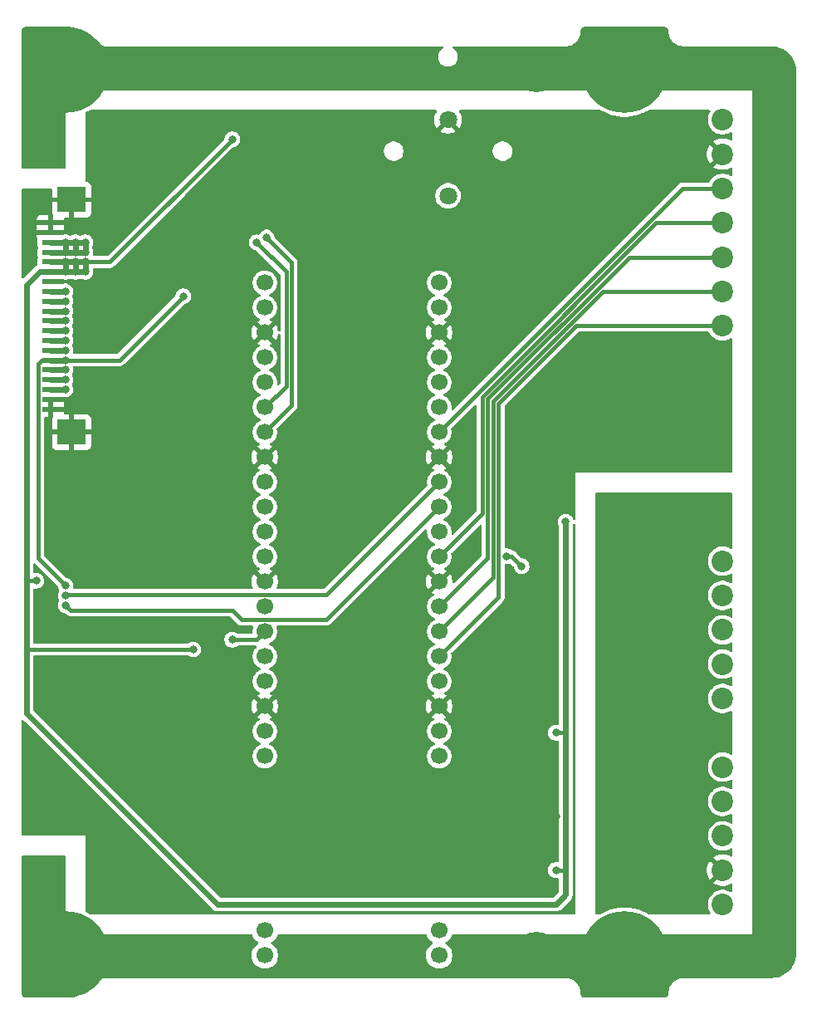
<source format=gbr>
%TF.GenerationSoftware,KiCad,Pcbnew,9.0.6*%
%TF.CreationDate,2025-12-01T18:44:20+03:00*%
%TF.ProjectId,PMCPU-LLP,504d4350-552d-44c4-9c50-2e6b69636164,rev?*%
%TF.SameCoordinates,Original*%
%TF.FileFunction,Copper,L2,Bot*%
%TF.FilePolarity,Positive*%
%FSLAX46Y46*%
G04 Gerber Fmt 4.6, Leading zero omitted, Abs format (unit mm)*
G04 Created by KiCad (PCBNEW 9.0.6) date 2025-12-01 18:44:20*
%MOMM*%
%LPD*%
G01*
G04 APERTURE LIST*
%TA.AperFunction,ComponentPad*%
%ADD10C,0.900000*%
%TD*%
%TA.AperFunction,ComponentPad*%
%ADD11C,8.600000*%
%TD*%
%TA.AperFunction,ComponentPad*%
%ADD12C,2.200000*%
%TD*%
%TA.AperFunction,ComponentPad*%
%ADD13C,1.800000*%
%TD*%
%TA.AperFunction,ComponentPad*%
%ADD14C,1.700000*%
%TD*%
%TA.AperFunction,ComponentPad*%
%ADD15C,0.700000*%
%TD*%
%TA.AperFunction,ComponentPad*%
%ADD16C,4.400000*%
%TD*%
%TA.AperFunction,SMDPad,CuDef*%
%ADD17R,1.800000X0.600000*%
%TD*%
%TA.AperFunction,SMDPad,CuDef*%
%ADD18R,3.000000X2.600000*%
%TD*%
%TA.AperFunction,ViaPad*%
%ADD19C,0.800000*%
%TD*%
%TA.AperFunction,ViaPad*%
%ADD20C,0.600000*%
%TD*%
%TA.AperFunction,Conductor*%
%ADD21C,0.400000*%
%TD*%
%TA.AperFunction,Conductor*%
%ADD22C,0.600000*%
%TD*%
G04 APERTURE END LIST*
D10*
%TO.P,H2,1,1*%
%TO.N,PE*%
X-38225000Y45000000D03*
X-37280419Y47280419D03*
X-37280419Y42719581D03*
X-35000000Y48225000D03*
D11*
X-35000000Y45000000D03*
D10*
X-35000000Y41775000D03*
X-32719581Y47280419D03*
X-32719581Y42719581D03*
X-31775000Y45000000D03*
%TD*%
D12*
%TO.P,J9,1,Pin_1*%
%TO.N,+24V_EB*%
X32000000Y-40000000D03*
%TO.P,J9,2,Pin_2*%
%TO.N,GND_EB*%
X32000000Y-36500000D03*
%TO.P,J9,3,Pin_3*%
%TO.N,/CANL_EB*%
X32000000Y-33000000D03*
%TO.P,J9,4,Pin_4*%
%TO.N,/CANH_EB*%
X32000000Y-29500000D03*
%TO.P,J9,5,Pin_5*%
%TO.N,PE*%
X32000000Y-26000000D03*
%TD*%
D13*
%TO.P,J6,1,1*%
%TO.N,/Vbat*%
X4000000Y32250000D03*
%TO.P,J6,2,2*%
%TO.N,GND_CPU*%
X4000000Y40000000D03*
%TD*%
D14*
%TO.P,U2,1,RM_IO22*%
%TO.N,/WDT*%
X-14682500Y23387500D03*
%TO.P,U2,2,RM_IO23*%
%TO.N,/UART1_RTS*%
X-14682500Y20847500D03*
%TO.P,U2,3,GND*%
%TO.N,GND_CPU*%
X-14682500Y18307500D03*
%TO.P,U2,4,RM_IO12*%
%TO.N,/SPI0_MOSI*%
X-14682500Y15767500D03*
%TO.P,U2,5,RM_IO13*%
%TO.N,/SPI0_MISO*%
X-14682500Y13227500D03*
%TO.P,U2,6,RM_IO0*%
%TO.N,/I2C2_SDA*%
X-14682500Y10687500D03*
%TO.P,U2,7,RM_IO1*%
%TO.N,/I2C2_SCL*%
X-14682500Y8147500D03*
%TO.P,U2,8,GND*%
%TO.N,GND_CPU*%
X-14682500Y5607500D03*
%TO.P,U2,9,RM_IO11*%
%TO.N,/SPI0_SCK*%
X-14682500Y3067500D03*
%TO.P,U2,10,RM_IO10*%
%TO.N,/SPI0_CS0*%
X-14682500Y527500D03*
%TO.P,U2,11,RM_IO9*%
%TO.N,/SPI0_CS1*%
X-14682500Y-2012500D03*
%TO.P,U2,12,RM_IO8*%
%TO.N,/SPI0_CS2*%
X-14682500Y-4552500D03*
%TO.P,U2,13,GND*%
%TO.N,GND_CPU*%
X-14682500Y-7092500D03*
%TO.P,U2,14,RM_IO7*%
%TO.N,/SPI0_CS3*%
X-14682500Y-9632500D03*
%TO.P,U2,15,RM_IO6*%
%TO.N,/I2C0_SDA*%
X-14682500Y-12172500D03*
%TO.P,U2,16,RM_IO5*%
%TO.N,/I2C0_SCL*%
X-14682500Y-14712500D03*
%TO.P,U2,17,RM_IO4*%
%TO.N,/UART1_RX*%
X-14682500Y-17252500D03*
%TO.P,U2,18,GND*%
%TO.N,GND_CPU*%
X-14682500Y-19792500D03*
%TO.P,U2,19,RM_IO3*%
%TO.N,/CAN0_TXD*%
X-14682500Y-22332500D03*
%TO.P,U2,20,RM_IO2*%
%TO.N,/CAN0_RXD*%
X-14682500Y-24872500D03*
%TO.P,U2,21,RM_IO31*%
%TO.N,/CAN1_RXD*%
X3097500Y-24872500D03*
%TO.P,U2,22,RM_IO30*%
%TO.N,/CAN1_TXD*%
X3097500Y-22332500D03*
%TO.P,U2,23,GND*%
%TO.N,GND_CPU*%
X3097500Y-19792500D03*
%TO.P,U2,24,RM_IO29*%
%TO.N,/UART1_TX*%
X3097500Y-17252500D03*
%TO.P,U2,25,RM_IO28*%
%TO.N,/HMI_RES*%
X3097500Y-14712500D03*
%TO.P,U2,26,RM_IO27*%
%TO.N,/HMI_DC*%
X3097500Y-12172500D03*
%TO.P,U2,27,RM_IO26*%
%TO.N,/HMI_CS*%
X3097500Y-9632500D03*
%TO.P,U2,28,GND*%
%TO.N,GND_CPU*%
X3097500Y-7092500D03*
%TO.P,U2,29,RM_IO25*%
%TO.N,/HMI_CLK*%
X3097500Y-4552500D03*
%TO.P,U2,30,RESET*%
%TO.N,unconnected-(U2-RESET-Pad30)*%
X3097500Y-2012500D03*
%TO.P,U2,31,ADC2*%
%TO.N,/LED_1*%
X3097500Y527500D03*
%TO.P,U2,32,ADC3*%
%TO.N,/LED_0*%
X3097500Y3067500D03*
%TO.P,U2,33,GND*%
%TO.N,GND_CPU*%
X3097500Y5607500D03*
%TO.P,U2,34,RM_IO24*%
%TO.N,/HMI_DIN*%
X3097500Y8147500D03*
%TO.P,U2,35,NC*%
%TO.N,unconnected-(U2-NC-Pad35)*%
X3097500Y10687500D03*
%TO.P,U2,36,3V3_OUT*%
%TO.N,Net-(D1-A)*%
X3097500Y13227500D03*
%TO.P,U2,37,3V3_EN*%
%TO.N,unconnected-(U2-3V3_EN-Pad37)*%
X3097500Y15767500D03*
%TO.P,U2,38,GND*%
%TO.N,GND_CPU*%
X3097500Y18307500D03*
%TO.P,U2,39,VSYS*%
%TO.N,+5V_CPU*%
X3097500Y20847500D03*
%TO.P,U2,40,VBUS*%
%TO.N,unconnected-(U2-VBUS-Pad40)*%
X3097500Y23387500D03*
%TO.P,U2,41,NC*%
%TO.N,unconnected-(U2-NC-Pad41)*%
X-14682500Y-42652500D03*
%TO.P,U2,42,NC*%
%TO.N,unconnected-(U2-NC-Pad42)*%
X3097500Y-42652500D03*
%TO.P,U2,43,NC*%
%TO.N,unconnected-(U2-NC-Pad43)*%
X-14682500Y-45192500D03*
%TO.P,U2,44,NC*%
%TO.N,unconnected-(U2-NC-Pad44)*%
X3097500Y-45192500D03*
%TD*%
D15*
%TO.P,SP1,PE,PE*%
%TO.N,PE*%
X11350000Y45000000D03*
X11350000Y-45000000D03*
X11833274Y46166726D03*
X11833274Y43833274D03*
X11833274Y-43833274D03*
X11833274Y-46166726D03*
X13000000Y46650000D03*
D16*
X13000000Y45000000D03*
D15*
X13000000Y43350000D03*
X13000000Y-43350000D03*
D16*
X13000000Y-45000000D03*
D15*
X13000000Y-46650000D03*
X14166726Y46166726D03*
X14166726Y43833274D03*
X14166726Y-43833274D03*
X14166726Y-46166726D03*
X14650000Y45000000D03*
X14650000Y-45000000D03*
X35350000Y45000000D03*
X35350000Y-45000000D03*
X35833274Y46166726D03*
X35833274Y43833274D03*
X35833274Y-43833274D03*
X35833274Y-46166726D03*
X37000000Y46650000D03*
D16*
X37000000Y45000000D03*
D15*
X37000000Y43350000D03*
X37000000Y-43350000D03*
D16*
X37000000Y-45000000D03*
D15*
X37000000Y-46650000D03*
X38166726Y46166726D03*
X38166726Y43833274D03*
X38166726Y-43833274D03*
X38166726Y-46166726D03*
X38650000Y45000000D03*
X38650000Y-45000000D03*
%TD*%
D10*
%TO.P,H4,1,1*%
%TO.N,PE*%
X18775000Y-45000000D03*
X19719581Y-42719581D03*
X19719581Y-47280419D03*
X22000000Y-41775000D03*
D11*
X22000000Y-45000000D03*
D10*
X22000000Y-48225000D03*
X24280419Y-42719581D03*
X24280419Y-47280419D03*
X25225000Y-45000000D03*
%TD*%
D12*
%TO.P,J7,1,Pin_1*%
%TO.N,PE*%
X32000000Y-19000000D03*
%TO.P,J7,2,Pin_2*%
%TO.N,/CANL*%
X32000000Y-15500000D03*
%TO.P,J7,3,Pin_3*%
%TO.N,/CANH*%
X32000000Y-12000000D03*
%TO.P,J7,4,Pin_4*%
%TO.N,/RS485-B*%
X32000000Y-8500000D03*
%TO.P,J7,5,Pin_5*%
%TO.N,/RS485-A*%
X32000000Y-5000000D03*
%TD*%
D10*
%TO.P,H3,1,1*%
%TO.N,PE*%
X-38225000Y-45000000D03*
X-37280419Y-42719581D03*
X-37280419Y-47280419D03*
X-35000000Y-41775000D03*
D11*
X-35000000Y-45000000D03*
D10*
X-35000000Y-48225000D03*
X-32719581Y-42719581D03*
X-32719581Y-47280419D03*
X-31775000Y-45000000D03*
%TD*%
D12*
%TO.P,J5,1,Pin_1*%
%TO.N,/HMI_RES*%
X32000000Y19000000D03*
%TO.P,J5,2,Pin_2*%
%TO.N,/HMI_DC*%
X32000000Y22500000D03*
%TO.P,J5,3,Pin_3*%
%TO.N,/HMI_CS*%
X32000000Y26000000D03*
%TO.P,J5,4,Pin_4*%
%TO.N,/HMI_CLK*%
X32000000Y29500000D03*
%TO.P,J5,5,Pin_5*%
%TO.N,/HMI_DIN*%
X32000000Y33000000D03*
%TO.P,J5,6,Pin_6*%
%TO.N,GND_CPU*%
X32000000Y36500000D03*
%TO.P,J5,7,Pin_7*%
%TO.N,+3.3V_CPU*%
X32000000Y40000000D03*
%TD*%
D10*
%TO.P,H1,1,1*%
%TO.N,PE*%
X18775000Y45000000D03*
X19719581Y47280419D03*
X19719581Y42719581D03*
X22000000Y48225000D03*
D11*
X22000000Y45000000D03*
D10*
X22000000Y41775000D03*
X24280419Y47280419D03*
X24280419Y42719581D03*
X25225000Y45000000D03*
%TD*%
D17*
%TO.P,JM1,1,Pin_1*%
%TO.N,GND_CPU*%
X-36546000Y29500000D03*
%TO.P,JM1,2,Pin_2*%
X-36546000Y28500000D03*
%TO.P,JM1,3,Pin_3*%
%TO.N,+5V_CPU*%
X-36546000Y27500000D03*
%TO.P,JM1,4,Pin_4*%
X-36546000Y26500000D03*
%TO.P,JM1,5,Pin_5*%
%TO.N,+3.3V_CPU*%
X-36546000Y25500000D03*
%TO.P,JM1,6,Pin_6*%
X-36546000Y24500000D03*
%TO.P,JM1,7,Pin_7*%
%TO.N,GND_CPU*%
X-36546000Y23500000D03*
%TO.P,JM1,8,Pin_8*%
%TO.N,/SPI0_MOSI*%
X-36546000Y22500000D03*
%TO.P,JM1,9,Pin_9*%
%TO.N,/SPI0_MISO*%
X-36546000Y21500000D03*
%TO.P,JM1,10,Pin_10*%
%TO.N,/SPI0_SCK*%
X-36546000Y20500000D03*
%TO.P,JM1,11,Pin_11*%
%TO.N,/SPI0_CS0*%
X-36546000Y19500000D03*
%TO.P,JM1,12,Pin_11*%
%TO.N,/SPI0_CS1*%
X-36546000Y18500000D03*
%TO.P,JM1,13,Pin_11*%
%TO.N,/SPI0_CS2*%
X-36546000Y17500000D03*
%TO.P,JM1,14,Pin_11*%
%TO.N,/SPI0_CS3*%
X-36546000Y16500000D03*
%TO.P,JM1,15,Pin_11*%
%TO.N,/RST*%
X-36546000Y15500000D03*
%TO.P,JM1,16,Pin_11*%
%TO.N,Net-(JM2-Pin_5)*%
X-36546000Y14500000D03*
%TO.P,JM1,17,Pin_11*%
%TO.N,/I2C0_SDA*%
X-36546000Y13500000D03*
%TO.P,JM1,18,Pin_11*%
%TO.N,/I2C0_SCL*%
X-36546000Y12500000D03*
%TO.P,JM1,19,Pin_11*%
%TO.N,GND_CPU*%
X-36546000Y11500000D03*
%TO.P,JM1,20,Pin_11*%
X-36546000Y10500000D03*
D18*
%TO.P,JM1,MP1,Pin_11*%
X-34375000Y31850000D03*
%TO.P,JM1,MP2,Pin_11*%
X-34375000Y8150000D03*
%TD*%
D19*
%TO.N,/I2C0_SDA*%
X-18000000Y-13000000D03*
X-35000000Y13500000D03*
%TO.N,/I2C0_SCL*%
X-35000000Y12500000D03*
%TO.N,/I2C2_SDA*%
X-15500000Y27500000D03*
%TO.N,+3.3V_CPU*%
X-18000000Y38000000D03*
X-34000000Y24500000D03*
X-35000000Y24500000D03*
X-22000000Y-14000000D03*
X-33000000Y25500000D03*
X15000000Y-22500000D03*
X-33000000Y24500000D03*
X15000000Y-36500000D03*
X-35000000Y25500000D03*
X-38000000Y-7000000D03*
X-34000000Y25500000D03*
X16000000Y-1000000D03*
%TO.N,+5V_CPU*%
X-34000000Y26500000D03*
X-33000000Y27500000D03*
X-34000000Y27500000D03*
X-33000000Y26500000D03*
X-35000000Y27500000D03*
X-35000000Y26500000D03*
%TO.N,/I2C2_SCL*%
X-14500000Y28000000D03*
%TO.N,/SPI0_MOSI*%
X-35000000Y22500000D03*
%TO.N,/SPI0_CS2*%
X-35000000Y17500000D03*
%TO.N,/SPI0_CS1*%
X-35000000Y18500000D03*
%TO.N,/SPI0_CS3*%
X-35000000Y16500000D03*
%TO.N,Net-(JM2-Pin_5)*%
X-35000000Y14500000D03*
%TO.N,/SPI0_MISO*%
X-35000000Y21500000D03*
%TO.N,/SPI0_CS0*%
X-35000000Y19500000D03*
%TO.N,/SPI0_SCK*%
X-35000000Y20500000D03*
%TO.N,GND_CPU*%
X-29000000Y-38000000D03*
X5000000Y-30000000D03*
X4000000Y-29000000D03*
X4000000Y-36000000D03*
X11000000Y-30000000D03*
X3000000Y-30000000D03*
X-29000000Y-36000000D03*
X3000000Y-28000000D03*
X-28000000Y-37000000D03*
X3000000Y-37000000D03*
X-27000000Y-38000000D03*
X5000000Y-28000000D03*
X5000000Y-35000000D03*
X15000000Y-31000000D03*
X-27000000Y-36000000D03*
X5000000Y-37000000D03*
X3000000Y-35000000D03*
%TO.N,/RST*%
X-35000000Y15500000D03*
X-23000000Y22000000D03*
X-35000000Y-7500000D03*
%TO.N,/LED_1*%
X-35000000Y-9500000D03*
%TO.N,/LED_0*%
X-35000000Y-8500000D03*
%TO.N,/UART1_RTS*%
X10000000Y-4500000D03*
X11500000Y-5500000D03*
D20*
%TO.N,GND_EB*%
X25000000Y-16000000D03*
X21000000Y-30000000D03*
X25000000Y-30000000D03*
X21000000Y-16000000D03*
%TD*%
D21*
%TO.N,/I2C0_SDA*%
X-15510000Y-13000000D02*
X-14682500Y-12172500D01*
X-18000000Y-13000000D02*
X-15510000Y-13000000D01*
D22*
X-35000000Y13500000D02*
X-36546000Y13500000D01*
%TO.N,/I2C0_SCL*%
X-35000000Y12500000D02*
X-36546000Y12500000D01*
D21*
%TO.N,/I2C2_SDA*%
X-14682500Y10687500D02*
X-12500000Y12870000D01*
X-12500000Y24500000D02*
X-15500000Y27500000D01*
X-12500000Y12870000D02*
X-12500000Y24500000D01*
%TO.N,+3.3V_CPU*%
X-33000000Y25500000D02*
X-30500000Y25500000D01*
D22*
X16000000Y-22500000D02*
X16000000Y-1000000D01*
X16000000Y-36500000D02*
X16000000Y-22500000D01*
X-39000000Y23148000D02*
X-39000000Y23000000D01*
X-33000000Y25500000D02*
X-33000000Y24500000D01*
X-19500000Y-40000000D02*
X15000000Y-40000000D01*
X-34000000Y25500000D02*
X-34000000Y24500000D01*
X16000000Y-39000000D02*
X16000000Y-36500000D01*
X-39000000Y23000000D02*
X-39000000Y-7000000D01*
X-36546000Y24500000D02*
X-37648000Y24500000D01*
D21*
X-30500000Y25500000D02*
X-18000000Y38000000D01*
D22*
X15000000Y-40000000D02*
X16000000Y-39000000D01*
X-33000000Y25500000D02*
X-36546000Y25500000D01*
X-33000000Y24500000D02*
X-36546000Y24500000D01*
X-35000000Y25500000D02*
X-35000000Y24500000D01*
X-39000000Y-20500000D02*
X-19500000Y-40000000D01*
X-37648000Y24500000D02*
X-39000000Y23148000D01*
D21*
X15000000Y-22500000D02*
X16000000Y-22500000D01*
X-38000000Y-7000000D02*
X-39000000Y-7000000D01*
X15000000Y-36500000D02*
X16000000Y-36500000D01*
X-27000000Y-14000000D02*
X-39000000Y-14000000D01*
X-27000000Y-14000000D02*
X-22000000Y-14000000D01*
D22*
X-39000000Y-14000000D02*
X-39000000Y-20500000D01*
X-39000000Y-7000000D02*
X-39000000Y-14000000D01*
%TO.N,+5V_CPU*%
X-33000000Y27500000D02*
X-33000000Y26500000D01*
X-33000000Y26500000D02*
X-36546000Y26500000D01*
X-35000000Y27500000D02*
X-36546000Y27500000D01*
X-35000000Y27500000D02*
X-35000000Y26500000D01*
X-34000000Y27500000D02*
X-34000000Y26500000D01*
X-33000000Y27500000D02*
X-35000000Y27500000D01*
D21*
%TO.N,/I2C2_SCL*%
X-14682500Y8147500D02*
X-11949000Y10881000D01*
X-11949000Y25449000D02*
X-14500000Y28000000D01*
X-11949000Y10881000D02*
X-11949000Y25449000D01*
D22*
%TO.N,/SPI0_MOSI*%
X-35000000Y22500000D02*
X-36546000Y22500000D01*
%TO.N,/SPI0_CS2*%
X-35000000Y17500000D02*
X-36546000Y17500000D01*
%TO.N,/SPI0_CS1*%
X-35000000Y18500000D02*
X-36546000Y18500000D01*
%TO.N,/SPI0_CS3*%
X-35000000Y16500000D02*
X-36546000Y16500000D01*
%TO.N,Net-(JM2-Pin_5)*%
X-35000000Y14500000D02*
X-36546000Y14500000D01*
%TO.N,/SPI0_MISO*%
X-35000000Y21500000D02*
X-36546000Y21500000D01*
D21*
%TO.N,/HMI_DC*%
X19787696Y22500000D02*
X32000000Y22500000D01*
X8602000Y11314304D02*
X19787696Y22500000D01*
X8602000Y-6668000D02*
X8602000Y11314304D01*
X3097500Y-12172500D02*
X8602000Y-6668000D01*
%TO.N,/HMI_CS*%
X8051000Y-4679000D02*
X8051000Y11542536D01*
X22508464Y26000000D02*
X32000000Y26000000D01*
X8051000Y11542536D02*
X22508464Y26000000D01*
X3097500Y-9632500D02*
X8051000Y-4679000D01*
%TO.N,/HMI_DIN*%
X3097500Y8147500D02*
X27950000Y33000000D01*
X27950000Y33000000D02*
X32000000Y33000000D01*
%TO.N,/HMI_CLK*%
X25229232Y29500000D02*
X32000000Y29500000D01*
X7500000Y11770768D02*
X25229232Y29500000D01*
X3097500Y-4552500D02*
X7500000Y-150000D01*
X7500000Y-150000D02*
X7500000Y11770768D01*
%TO.N,/HMI_RES*%
X9153000Y-8657000D02*
X9153000Y11086072D01*
X17066928Y19000000D02*
X32000000Y19000000D01*
X9153000Y11086072D02*
X17066928Y19000000D01*
X3097500Y-14712500D02*
X9153000Y-8657000D01*
D22*
%TO.N,/SPI0_CS0*%
X-35000000Y19500000D02*
X-36546000Y19500000D01*
%TO.N,/SPI0_SCK*%
X-35000000Y20500000D02*
X-36546000Y20500000D01*
D21*
%TO.N,/RST*%
X-37797000Y-4703000D02*
X-35000000Y-7500000D01*
X-29500000Y15500000D02*
X-23000000Y22000000D01*
X-35000000Y15500000D02*
X-29500000Y15500000D01*
X-37448000Y15500000D02*
X-37797000Y15151000D01*
X-37797000Y15151000D02*
X-37797000Y-4703000D01*
X-36546000Y15500000D02*
X-37448000Y15500000D01*
D22*
X-35000000Y15500000D02*
X-36546000Y15500000D01*
D21*
%TO.N,/LED_1*%
X-17028500Y-10971500D02*
X-8401500Y-10971500D01*
X-34500000Y-10000000D02*
X-18000000Y-10000000D01*
X-35000000Y-9500000D02*
X-34500000Y-10000000D01*
X-18000000Y-10000000D02*
X-17028500Y-10971500D01*
X-8401500Y-10971500D02*
X3097500Y527500D01*
%TO.N,/LED_0*%
X-34931500Y-8431500D02*
X-8401500Y-8431500D01*
X-35000000Y-8500000D02*
X-34931500Y-8431500D01*
X-8401500Y-8431500D02*
X3097500Y3067500D01*
%TO.N,/UART1_RTS*%
X10000000Y-4500000D02*
X10500000Y-4500000D01*
X10500000Y-4500000D02*
X11500000Y-5500000D01*
%TD*%
%TA.AperFunction,Conductor*%
%TO.N,PE*%
G36*
X-34997392Y49499390D02*
G01*
X-34626351Y49483742D01*
X-34615970Y49482865D01*
X-34250158Y49436360D01*
X-34239861Y49434607D01*
X-33879278Y49357468D01*
X-33869191Y49354862D01*
X-33516349Y49247627D01*
X-33506516Y49244179D01*
X-33163985Y49107627D01*
X-33154469Y49103361D01*
X-32829071Y48940661D01*
X-32824645Y48938448D01*
X-32815503Y48933385D01*
X-32500744Y48741293D01*
X-32492083Y48735493D01*
X-32416647Y48680231D01*
X-32194614Y48517578D01*
X-32186452Y48511053D01*
X-31908394Y48268871D01*
X-31900814Y48261686D01*
X-31644125Y47996941D01*
X-31637190Y47989157D01*
X-31420879Y47724733D01*
X-31418975Y47722346D01*
X-31413733Y47715606D01*
X-31400500Y47692686D01*
X-31379833Y47672019D01*
X-31375094Y47665926D01*
X-31374946Y47665549D01*
X-31373774Y47664198D01*
X-31360865Y47646986D01*
X-31332663Y47624849D01*
X-31307314Y47599500D01*
X-31281061Y47584343D01*
X-31274126Y47578900D01*
X-31257207Y47565619D01*
X-31257204Y47565618D01*
X-31257202Y47565616D01*
X-31231072Y47554455D01*
X-31217803Y47547821D01*
X-31193186Y47533608D01*
X-31172410Y47528042D01*
X-31172409Y47528041D01*
X-31163894Y47525760D01*
X-31136011Y47513849D01*
X-31100524Y47508780D01*
X-31065892Y47499500D01*
X-31044382Y47499500D01*
X-31026847Y47498254D01*
X-31023805Y47497820D01*
X-31005552Y47495212D01*
X-30977347Y47498611D01*
X-30962516Y47499500D01*
X3435891Y47499500D01*
X3502930Y47479815D01*
X3548685Y47427011D01*
X3558629Y47357853D01*
X3529604Y47294297D01*
X3504782Y47272398D01*
X3362218Y47177140D01*
X3362214Y47177137D01*
X3222863Y47037786D01*
X3222860Y47037782D01*
X3113371Y46873921D01*
X3113364Y46873908D01*
X3037950Y46691840D01*
X3037947Y46691830D01*
X2999500Y46498544D01*
X2999500Y46498541D01*
X2999500Y46301459D01*
X2999500Y46301457D01*
X2999499Y46301457D01*
X3037947Y46108171D01*
X3037950Y46108161D01*
X3113364Y45926093D01*
X3113371Y45926080D01*
X3222860Y45762219D01*
X3222863Y45762215D01*
X3362214Y45622864D01*
X3362218Y45622861D01*
X3526079Y45513372D01*
X3526092Y45513365D01*
X3708160Y45437951D01*
X3708165Y45437949D01*
X3708169Y45437949D01*
X3708170Y45437948D01*
X3901456Y45399500D01*
X3901459Y45399500D01*
X4098543Y45399500D01*
X4228582Y45425368D01*
X4291835Y45437949D01*
X4473914Y45513368D01*
X4637782Y45622861D01*
X4777139Y45762218D01*
X4886632Y45926086D01*
X4962051Y46108165D01*
X5000500Y46301459D01*
X5000500Y46498541D01*
X5000500Y46498544D01*
X4962052Y46691830D01*
X4962051Y46691831D01*
X4962051Y46691835D01*
X4890077Y46865597D01*
X4886635Y46873908D01*
X4886628Y46873921D01*
X4777139Y47037782D01*
X4777136Y47037786D01*
X4637785Y47177137D01*
X4637781Y47177140D01*
X4495218Y47272398D01*
X4450413Y47326010D01*
X4441706Y47395335D01*
X4471861Y47458363D01*
X4531304Y47495082D01*
X4564109Y47499500D01*
X16107317Y47499500D01*
X16107318Y47499500D01*
X16277851Y47524020D01*
X16319764Y47530045D01*
X16319765Y47530046D01*
X16319769Y47530046D01*
X16525710Y47590516D01*
X16525713Y47590518D01*
X16525715Y47590518D01*
X16720938Y47679673D01*
X16720944Y47679677D01*
X16720950Y47679679D01*
X16901513Y47795719D01*
X17063724Y47936276D01*
X17204281Y48098487D01*
X17320321Y48279050D01*
X17320323Y48279056D01*
X17320327Y48279062D01*
X17409482Y48474285D01*
X17409482Y48474287D01*
X17409484Y48474290D01*
X17469954Y48680231D01*
X17500500Y48892682D01*
X17500500Y48993039D01*
X17501280Y49006923D01*
X17501280Y49006924D01*
X17511460Y49097271D01*
X17517635Y49124330D01*
X17545353Y49203544D01*
X17557396Y49228550D01*
X17602046Y49299611D01*
X17619351Y49321310D01*
X17678690Y49380649D01*
X17700389Y49397954D01*
X17771450Y49442604D01*
X17796456Y49454647D01*
X17875670Y49482365D01*
X17902733Y49488541D01*
X17965419Y49495604D01*
X17993079Y49498720D01*
X18006962Y49499500D01*
X18065892Y49499500D01*
X25934108Y49499500D01*
X25993038Y49499500D01*
X26006922Y49498720D01*
X26097266Y49488541D01*
X26124331Y49482364D01*
X26203540Y49454648D01*
X26228553Y49442602D01*
X26299606Y49397957D01*
X26321313Y49380645D01*
X26380644Y49321314D01*
X26397957Y49299605D01*
X26442600Y49228556D01*
X26454648Y49203538D01*
X26482362Y49124334D01*
X26488540Y49097265D01*
X26498720Y49006924D01*
X26499500Y48993039D01*
X26499500Y48892683D01*
X26530044Y48680236D01*
X26530047Y48680226D01*
X26590517Y48474285D01*
X26679672Y48279062D01*
X26679679Y48279049D01*
X26795720Y48098486D01*
X26936275Y47936276D01*
X27060277Y47828828D01*
X27098487Y47795719D01*
X27221070Y47716940D01*
X27279048Y47679680D01*
X27279061Y47679673D01*
X27474284Y47590518D01*
X27474288Y47590517D01*
X27474290Y47590516D01*
X27680231Y47530046D01*
X27680232Y47530046D01*
X27680235Y47530045D01*
X27743584Y47520938D01*
X27892682Y47499500D01*
X27934108Y47499500D01*
X36934108Y47499500D01*
X36996249Y47499500D01*
X37003736Y47499274D01*
X37020599Y47498254D01*
X37293796Y47481729D01*
X37308657Y47479925D01*
X37426313Y47458363D01*
X37590798Y47428220D01*
X37605335Y47424637D01*
X37879172Y47339305D01*
X37893163Y47334000D01*
X38154743Y47216273D01*
X38167989Y47209320D01*
X38413465Y47060925D01*
X38425776Y47052427D01*
X38651573Y46875527D01*
X38662781Y46865597D01*
X38865596Y46662782D01*
X38875526Y46651574D01*
X38995481Y46498462D01*
X39052422Y46425783D01*
X39060928Y46413460D01*
X39209316Y46167996D01*
X39216275Y46154737D01*
X39333997Y45893169D01*
X39339306Y45879168D01*
X39424635Y45605337D01*
X39428219Y45590799D01*
X39479923Y45308660D01*
X39481728Y45293795D01*
X39499274Y45003737D01*
X39499500Y44996250D01*
X39499500Y-44996249D01*
X39499274Y-45003736D01*
X39481728Y-45293794D01*
X39479923Y-45308659D01*
X39428219Y-45590798D01*
X39424635Y-45605336D01*
X39339306Y-45879167D01*
X39333997Y-45893168D01*
X39216275Y-46154736D01*
X39209316Y-46167995D01*
X39060928Y-46413459D01*
X39052422Y-46425782D01*
X38875526Y-46651573D01*
X38865596Y-46662781D01*
X38662781Y-46865596D01*
X38651573Y-46875526D01*
X38425782Y-47052422D01*
X38413459Y-47060928D01*
X38167995Y-47209316D01*
X38154736Y-47216275D01*
X37893168Y-47333997D01*
X37879167Y-47339306D01*
X37605336Y-47424635D01*
X37590798Y-47428219D01*
X37308659Y-47479923D01*
X37293794Y-47481728D01*
X37003736Y-47499274D01*
X36996249Y-47499500D01*
X27892682Y-47499500D01*
X27680235Y-47530044D01*
X27680225Y-47530047D01*
X27474284Y-47590517D01*
X27279061Y-47679672D01*
X27279048Y-47679679D01*
X27098485Y-47795720D01*
X26936275Y-47936275D01*
X26795720Y-48098485D01*
X26679679Y-48279048D01*
X26679672Y-48279061D01*
X26590517Y-48474284D01*
X26530047Y-48680225D01*
X26530044Y-48680235D01*
X26499500Y-48892682D01*
X26499500Y-48993038D01*
X26498720Y-49006922D01*
X26498720Y-49006923D01*
X26488540Y-49097264D01*
X26482362Y-49124333D01*
X26454648Y-49203537D01*
X26442600Y-49228555D01*
X26397957Y-49299604D01*
X26380644Y-49321313D01*
X26321313Y-49380644D01*
X26299604Y-49397957D01*
X26228555Y-49442600D01*
X26203537Y-49454648D01*
X26124333Y-49482362D01*
X26097264Y-49488540D01*
X26017075Y-49497576D01*
X26006921Y-49498720D01*
X25993038Y-49499500D01*
X18006962Y-49499500D01*
X17993078Y-49498720D01*
X17980553Y-49497308D01*
X17902735Y-49488540D01*
X17875666Y-49482362D01*
X17796462Y-49454648D01*
X17771444Y-49442600D01*
X17700395Y-49397957D01*
X17678686Y-49380644D01*
X17619355Y-49321313D01*
X17602042Y-49299604D01*
X17569385Y-49247631D01*
X17557398Y-49228553D01*
X17545351Y-49203537D01*
X17517637Y-49124333D01*
X17511459Y-49097263D01*
X17501280Y-49006922D01*
X17500500Y-48993038D01*
X17500500Y-48892683D01*
X17500500Y-48892682D01*
X17469954Y-48680231D01*
X17409484Y-48474290D01*
X17409483Y-48474288D01*
X17409482Y-48474284D01*
X17320327Y-48279061D01*
X17320320Y-48279048D01*
X17249102Y-48168231D01*
X17204281Y-48098487D01*
X17124227Y-48006100D01*
X17063724Y-47936275D01*
X16901514Y-47795720D01*
X16901513Y-47795719D01*
X16791053Y-47724731D01*
X16720951Y-47679679D01*
X16720938Y-47679672D01*
X16525715Y-47590517D01*
X16319774Y-47530047D01*
X16319764Y-47530044D01*
X16128754Y-47502582D01*
X16107318Y-47499500D01*
X16107317Y-47499500D01*
X-30969960Y-47499500D01*
X-31005552Y-47495212D01*
X-31035568Y-47499500D01*
X-31065892Y-47499500D01*
X-31065896Y-47499500D01*
X-31093335Y-47506852D01*
X-31107882Y-47509829D01*
X-31136006Y-47513848D01*
X-31136009Y-47513848D01*
X-31136011Y-47513849D01*
X-31136013Y-47513849D01*
X-31136014Y-47513850D01*
X-31155803Y-47522302D01*
X-31163898Y-47525759D01*
X-31193186Y-47533608D01*
X-31224235Y-47551533D01*
X-31231082Y-47554458D01*
X-31231083Y-47554458D01*
X-31257198Y-47565613D01*
X-31257204Y-47565616D01*
X-31274122Y-47578897D01*
X-31288681Y-47588741D01*
X-31307313Y-47599498D01*
X-31307316Y-47599501D01*
X-31327407Y-47619590D01*
X-31338516Y-47629441D01*
X-31360864Y-47646983D01*
X-31360865Y-47646985D01*
X-31373778Y-47664202D01*
X-31375095Y-47665926D01*
X-31379834Y-47672018D01*
X-31400500Y-47692686D01*
X-31413733Y-47715605D01*
X-31418974Y-47722344D01*
X-31419481Y-47722709D01*
X-31420878Y-47724731D01*
X-31637190Y-47989156D01*
X-31644136Y-47996951D01*
X-31653005Y-48006100D01*
X-31900810Y-48261681D01*
X-31908394Y-48268870D01*
X-32186452Y-48511052D01*
X-32194614Y-48517577D01*
X-32492072Y-48735484D01*
X-32500755Y-48741299D01*
X-32815504Y-48933384D01*
X-32824645Y-48938447D01*
X-33154459Y-49103355D01*
X-33163995Y-49107630D01*
X-33506502Y-49244173D01*
X-33516364Y-49247631D01*
X-33869176Y-49354857D01*
X-33879293Y-49357471D01*
X-34239858Y-49434605D01*
X-34250160Y-49436359D01*
X-34615954Y-49482862D01*
X-34626367Y-49483742D01*
X-34997392Y-49499390D01*
X-35002617Y-49499500D01*
X-38993038Y-49499500D01*
X-39006922Y-49498720D01*
X-39019447Y-49497308D01*
X-39097265Y-49488540D01*
X-39124334Y-49482362D01*
X-39203538Y-49454648D01*
X-39228556Y-49442600D01*
X-39299605Y-49397957D01*
X-39321314Y-49380644D01*
X-39380645Y-49321313D01*
X-39397958Y-49299604D01*
X-39430615Y-49247631D01*
X-39442602Y-49228553D01*
X-39454649Y-49203537D01*
X-39482363Y-49124333D01*
X-39488541Y-49097263D01*
X-39498720Y-49006922D01*
X-39499500Y-48993038D01*
X-39499500Y-35124000D01*
X-39479815Y-35056961D01*
X-39427011Y-35011206D01*
X-39375500Y-35000000D01*
X-35124000Y-35000000D01*
X-35056961Y-35019685D01*
X-35011206Y-35072489D01*
X-35000000Y-35124000D01*
X-35000000Y-43000000D01*
X-16079681Y-43000000D01*
X-16012642Y-43019685D01*
X-15966887Y-43072489D01*
X-15961750Y-43085681D01*
X-15934056Y-43170916D01*
X-15837549Y-43360320D01*
X-15712610Y-43532286D01*
X-15562287Y-43682609D01*
X-15390318Y-43807550D01*
X-15381554Y-43812016D01*
X-15330758Y-43859991D01*
X-15313964Y-43927812D01*
X-15336502Y-43993947D01*
X-15381554Y-44032984D01*
X-15390318Y-44037449D01*
X-15562287Y-44162390D01*
X-15712610Y-44312713D01*
X-15837549Y-44484679D01*
X-15934056Y-44674085D01*
X-15999747Y-44876260D01*
X-16008909Y-44934108D01*
X-16033000Y-45086213D01*
X-16033000Y-45298787D01*
X-15999746Y-45508743D01*
X-15973085Y-45590798D01*
X-15934056Y-45710914D01*
X-15837549Y-45900320D01*
X-15712610Y-46072286D01*
X-15562287Y-46222609D01*
X-15390321Y-46347548D01*
X-15390319Y-46347549D01*
X-15390316Y-46347551D01*
X-15200912Y-46444057D01*
X-14998743Y-46509746D01*
X-14788787Y-46543000D01*
X-14788786Y-46543000D01*
X-14576214Y-46543000D01*
X-14576213Y-46543000D01*
X-14366257Y-46509746D01*
X-14164088Y-46444057D01*
X-13974684Y-46347551D01*
X-13952711Y-46331586D01*
X-13802714Y-46222609D01*
X-13802712Y-46222606D01*
X-13802708Y-46222604D01*
X-13652396Y-46072292D01*
X-13652394Y-46072288D01*
X-13652391Y-46072286D01*
X-13527452Y-45900320D01*
X-13527453Y-45900320D01*
X-13527449Y-45900316D01*
X-13430943Y-45710912D01*
X-13365254Y-45508743D01*
X-13332000Y-45298787D01*
X-13332000Y-45086213D01*
X-13365254Y-44876257D01*
X-13430943Y-44674088D01*
X-13527449Y-44484684D01*
X-13527451Y-44484681D01*
X-13527452Y-44484679D01*
X-13652391Y-44312713D01*
X-13802714Y-44162390D01*
X-13974680Y-44037451D01*
X-13975385Y-44037091D01*
X-13983446Y-44032985D01*
X-14034241Y-43985012D01*
X-14051037Y-43917192D01*
X-14028501Y-43851056D01*
X-13983446Y-43812015D01*
X-13974684Y-43807551D01*
X-13952711Y-43791586D01*
X-13802714Y-43682609D01*
X-13802712Y-43682606D01*
X-13802708Y-43682604D01*
X-13652396Y-43532292D01*
X-13652394Y-43532288D01*
X-13652391Y-43532286D01*
X-13527452Y-43360320D01*
X-13527453Y-43360320D01*
X-13527449Y-43360316D01*
X-13430943Y-43170912D01*
X-13403250Y-43085679D01*
X-13363812Y-43028006D01*
X-13299453Y-43000808D01*
X-13285319Y-43000000D01*
X1700319Y-43000000D01*
X1767358Y-43019685D01*
X1813113Y-43072489D01*
X1818250Y-43085681D01*
X1845944Y-43170916D01*
X1942451Y-43360320D01*
X2067390Y-43532286D01*
X2217713Y-43682609D01*
X2389682Y-43807550D01*
X2398446Y-43812016D01*
X2449242Y-43859991D01*
X2466036Y-43927812D01*
X2443498Y-43993947D01*
X2398446Y-44032984D01*
X2389682Y-44037449D01*
X2217713Y-44162390D01*
X2067390Y-44312713D01*
X1942451Y-44484679D01*
X1845944Y-44674085D01*
X1780253Y-44876260D01*
X1771091Y-44934108D01*
X1747000Y-45086213D01*
X1747000Y-45298787D01*
X1780254Y-45508743D01*
X1806915Y-45590798D01*
X1845944Y-45710914D01*
X1942451Y-45900320D01*
X2067390Y-46072286D01*
X2217713Y-46222609D01*
X2389679Y-46347548D01*
X2389681Y-46347549D01*
X2389684Y-46347551D01*
X2579088Y-46444057D01*
X2781257Y-46509746D01*
X2991213Y-46543000D01*
X2991214Y-46543000D01*
X3203786Y-46543000D01*
X3203787Y-46543000D01*
X3413743Y-46509746D01*
X3615912Y-46444057D01*
X3805316Y-46347551D01*
X3827289Y-46331586D01*
X3977286Y-46222609D01*
X3977288Y-46222606D01*
X3977292Y-46222604D01*
X4127604Y-46072292D01*
X4127606Y-46072288D01*
X4127609Y-46072286D01*
X4252548Y-45900320D01*
X4252547Y-45900320D01*
X4252551Y-45900316D01*
X4349057Y-45710912D01*
X4414746Y-45508743D01*
X4448000Y-45298787D01*
X4448000Y-45086213D01*
X4414746Y-44876257D01*
X4349057Y-44674088D01*
X4252551Y-44484684D01*
X4252549Y-44484681D01*
X4252548Y-44484679D01*
X4127609Y-44312713D01*
X3977286Y-44162390D01*
X3805320Y-44037451D01*
X3804615Y-44037091D01*
X3796554Y-44032985D01*
X3745759Y-43985012D01*
X3728963Y-43917192D01*
X3751499Y-43851056D01*
X3796554Y-43812015D01*
X3805316Y-43807551D01*
X3827289Y-43791586D01*
X3977286Y-43682609D01*
X3977288Y-43682606D01*
X3977292Y-43682604D01*
X4127604Y-43532292D01*
X4127606Y-43532288D01*
X4127609Y-43532286D01*
X4252548Y-43360320D01*
X4252547Y-43360320D01*
X4252551Y-43360316D01*
X4349057Y-43170912D01*
X4376750Y-43085679D01*
X4416188Y-43028006D01*
X4480547Y-43000808D01*
X4494681Y-43000000D01*
X35000000Y-43000000D01*
X35000000Y43000000D01*
X-35000000Y43000000D01*
X-35000000Y35124000D01*
X-35019685Y35056961D01*
X-35072489Y35011206D01*
X-35124000Y35000000D01*
X-39375500Y35000000D01*
X-39442539Y35019685D01*
X-39488294Y35072489D01*
X-39499500Y35124000D01*
X-39499500Y48993039D01*
X-39498720Y49006923D01*
X-39498720Y49006924D01*
X-39488540Y49097271D01*
X-39482365Y49124330D01*
X-39454647Y49203544D01*
X-39442604Y49228550D01*
X-39397954Y49299611D01*
X-39380649Y49321310D01*
X-39321310Y49380649D01*
X-39299611Y49397954D01*
X-39228550Y49442604D01*
X-39203544Y49454647D01*
X-39124330Y49482365D01*
X-39097267Y49488541D01*
X-39034581Y49495604D01*
X-39006921Y49498720D01*
X-38993038Y49499500D01*
X-38934108Y49499500D01*
X-35065892Y49499500D01*
X-35002617Y49499500D01*
X-34997392Y49499390D01*
G37*
%TD.AperFunction*%
%TD*%
%TA.AperFunction,Conductor*%
%TO.N,GND_EB*%
G36*
X32943039Y1980315D02*
G01*
X32988794Y1927511D01*
X33000000Y1876000D01*
X33000000Y-3628458D01*
X32980315Y-3695497D01*
X32927511Y-3741252D01*
X32858353Y-3751196D01*
X32803116Y-3728777D01*
X32786436Y-3716658D01*
X32575996Y-3609433D01*
X32351368Y-3536446D01*
X32118097Y-3499500D01*
X32118092Y-3499500D01*
X31881908Y-3499500D01*
X31881903Y-3499500D01*
X31648631Y-3536446D01*
X31424003Y-3609433D01*
X31213566Y-3716657D01*
X31166028Y-3751196D01*
X31022490Y-3855483D01*
X31022488Y-3855485D01*
X31022487Y-3855485D01*
X30855485Y-4022487D01*
X30855485Y-4022488D01*
X30855483Y-4022490D01*
X30795862Y-4104550D01*
X30716657Y-4213566D01*
X30609433Y-4424003D01*
X30536446Y-4648631D01*
X30499500Y-4881902D01*
X30499500Y-5118097D01*
X30536446Y-5351368D01*
X30609433Y-5575996D01*
X30716657Y-5786433D01*
X30855483Y-5977510D01*
X31022490Y-6144517D01*
X31213567Y-6283343D01*
X31273091Y-6313672D01*
X31424003Y-6390566D01*
X31424005Y-6390566D01*
X31424008Y-6390568D01*
X31544412Y-6429689D01*
X31648631Y-6463553D01*
X31881903Y-6500500D01*
X31881908Y-6500500D01*
X32118097Y-6500500D01*
X32351368Y-6463553D01*
X32575992Y-6390568D01*
X32786433Y-6283343D01*
X32803113Y-6271223D01*
X32868919Y-6247743D01*
X32936973Y-6263567D01*
X32985669Y-6313672D01*
X33000000Y-6371541D01*
X33000000Y-7128458D01*
X32980315Y-7195497D01*
X32927511Y-7241252D01*
X32858353Y-7251196D01*
X32803116Y-7228777D01*
X32786436Y-7216658D01*
X32575996Y-7109433D01*
X32351368Y-7036446D01*
X32118097Y-6999500D01*
X32118092Y-6999500D01*
X31881908Y-6999500D01*
X31881903Y-6999500D01*
X31648631Y-7036446D01*
X31424003Y-7109433D01*
X31213566Y-7216657D01*
X31166028Y-7251196D01*
X31022490Y-7355483D01*
X31022488Y-7355485D01*
X31022487Y-7355485D01*
X30855485Y-7522487D01*
X30855485Y-7522488D01*
X30855483Y-7522490D01*
X30795862Y-7604550D01*
X30716657Y-7713566D01*
X30609433Y-7924003D01*
X30536446Y-8148631D01*
X30499500Y-8381902D01*
X30499500Y-8618097D01*
X30536446Y-8851368D01*
X30609433Y-9075996D01*
X30716657Y-9286433D01*
X30855483Y-9477510D01*
X31022490Y-9644517D01*
X31213567Y-9783343D01*
X31273091Y-9813672D01*
X31424003Y-9890566D01*
X31424005Y-9890566D01*
X31424008Y-9890568D01*
X31544412Y-9929689D01*
X31648631Y-9963553D01*
X31881903Y-10000500D01*
X31881908Y-10000500D01*
X32118097Y-10000500D01*
X32351368Y-9963553D01*
X32575992Y-9890568D01*
X32786433Y-9783343D01*
X32803113Y-9771223D01*
X32868919Y-9747743D01*
X32936973Y-9763567D01*
X32985669Y-9813672D01*
X33000000Y-9871541D01*
X33000000Y-10628458D01*
X32980315Y-10695497D01*
X32927511Y-10741252D01*
X32858353Y-10751196D01*
X32803116Y-10728777D01*
X32786436Y-10716658D01*
X32575996Y-10609433D01*
X32351368Y-10536446D01*
X32118097Y-10499500D01*
X32118092Y-10499500D01*
X31881908Y-10499500D01*
X31881903Y-10499500D01*
X31648631Y-10536446D01*
X31424003Y-10609433D01*
X31213566Y-10716657D01*
X31166028Y-10751196D01*
X31022490Y-10855483D01*
X31022488Y-10855485D01*
X31022487Y-10855485D01*
X30855485Y-11022487D01*
X30855485Y-11022488D01*
X30855483Y-11022490D01*
X30795862Y-11104550D01*
X30716657Y-11213566D01*
X30609433Y-11424003D01*
X30536446Y-11648631D01*
X30499500Y-11881902D01*
X30499500Y-12118097D01*
X30536446Y-12351368D01*
X30609433Y-12575996D01*
X30716657Y-12786433D01*
X30855483Y-12977510D01*
X31022490Y-13144517D01*
X31213567Y-13283343D01*
X31273091Y-13313672D01*
X31424003Y-13390566D01*
X31424005Y-13390566D01*
X31424008Y-13390568D01*
X31544412Y-13429689D01*
X31648631Y-13463553D01*
X31881903Y-13500500D01*
X31881908Y-13500500D01*
X32118097Y-13500500D01*
X32351368Y-13463553D01*
X32575992Y-13390568D01*
X32786433Y-13283343D01*
X32803113Y-13271223D01*
X32868919Y-13247743D01*
X32936973Y-13263567D01*
X32985669Y-13313672D01*
X33000000Y-13371541D01*
X33000000Y-14128458D01*
X32980315Y-14195497D01*
X32927511Y-14241252D01*
X32858353Y-14251196D01*
X32803116Y-14228777D01*
X32786436Y-14216658D01*
X32575996Y-14109433D01*
X32351368Y-14036446D01*
X32118097Y-13999500D01*
X32118092Y-13999500D01*
X31881908Y-13999500D01*
X31881903Y-13999500D01*
X31648631Y-14036446D01*
X31424003Y-14109433D01*
X31213566Y-14216657D01*
X31166028Y-14251196D01*
X31022490Y-14355483D01*
X31022488Y-14355485D01*
X31022487Y-14355485D01*
X30855485Y-14522487D01*
X30855485Y-14522488D01*
X30855483Y-14522490D01*
X30795862Y-14604550D01*
X30716657Y-14713566D01*
X30609433Y-14924003D01*
X30536446Y-15148631D01*
X30499500Y-15381902D01*
X30499500Y-15618097D01*
X30536446Y-15851368D01*
X30609433Y-16075996D01*
X30716657Y-16286433D01*
X30855483Y-16477510D01*
X31022490Y-16644517D01*
X31213567Y-16783343D01*
X31273091Y-16813672D01*
X31424003Y-16890566D01*
X31424005Y-16890566D01*
X31424008Y-16890568D01*
X31544412Y-16929689D01*
X31648631Y-16963553D01*
X31881903Y-17000500D01*
X31881908Y-17000500D01*
X32118097Y-17000500D01*
X32351368Y-16963553D01*
X32575992Y-16890568D01*
X32786433Y-16783343D01*
X32803113Y-16771223D01*
X32868919Y-16747743D01*
X32936973Y-16763567D01*
X32985669Y-16813672D01*
X33000000Y-16871541D01*
X33000000Y-17628458D01*
X32980315Y-17695497D01*
X32927511Y-17741252D01*
X32858353Y-17751196D01*
X32803116Y-17728777D01*
X32786436Y-17716658D01*
X32575996Y-17609433D01*
X32351368Y-17536446D01*
X32118097Y-17499500D01*
X32118092Y-17499500D01*
X31881908Y-17499500D01*
X31881903Y-17499500D01*
X31648631Y-17536446D01*
X31424003Y-17609433D01*
X31213566Y-17716657D01*
X31166028Y-17751196D01*
X31022490Y-17855483D01*
X31022488Y-17855485D01*
X31022487Y-17855485D01*
X30855485Y-18022487D01*
X30855485Y-18022488D01*
X30855483Y-18022490D01*
X30795862Y-18104550D01*
X30716657Y-18213566D01*
X30609433Y-18424003D01*
X30536446Y-18648631D01*
X30499500Y-18881902D01*
X30499500Y-19118097D01*
X30536446Y-19351368D01*
X30609433Y-19575996D01*
X30716657Y-19786433D01*
X30855483Y-19977510D01*
X31022490Y-20144517D01*
X31213567Y-20283343D01*
X31273091Y-20313672D01*
X31424003Y-20390566D01*
X31424005Y-20390566D01*
X31424008Y-20390568D01*
X31544412Y-20429689D01*
X31648631Y-20463553D01*
X31881903Y-20500500D01*
X31881908Y-20500500D01*
X32118097Y-20500500D01*
X32351368Y-20463553D01*
X32575992Y-20390568D01*
X32786433Y-20283343D01*
X32803113Y-20271223D01*
X32868919Y-20247743D01*
X32936973Y-20263567D01*
X32985669Y-20313672D01*
X33000000Y-20371541D01*
X33000000Y-24628458D01*
X32980315Y-24695497D01*
X32927511Y-24741252D01*
X32858353Y-24751196D01*
X32803116Y-24728777D01*
X32786436Y-24716658D01*
X32575996Y-24609433D01*
X32351368Y-24536446D01*
X32118097Y-24499500D01*
X32118092Y-24499500D01*
X31881908Y-24499500D01*
X31881903Y-24499500D01*
X31648631Y-24536446D01*
X31424003Y-24609433D01*
X31213566Y-24716657D01*
X31166028Y-24751196D01*
X31022490Y-24855483D01*
X31022488Y-24855485D01*
X31022487Y-24855485D01*
X30855485Y-25022487D01*
X30855485Y-25022488D01*
X30855483Y-25022490D01*
X30795862Y-25104550D01*
X30716657Y-25213566D01*
X30609433Y-25424003D01*
X30536446Y-25648631D01*
X30499500Y-25881902D01*
X30499500Y-26118097D01*
X30536446Y-26351368D01*
X30609433Y-26575996D01*
X30716657Y-26786433D01*
X30855483Y-26977510D01*
X31022490Y-27144517D01*
X31213567Y-27283343D01*
X31273091Y-27313672D01*
X31424003Y-27390566D01*
X31424005Y-27390566D01*
X31424008Y-27390568D01*
X31544412Y-27429689D01*
X31648631Y-27463553D01*
X31881903Y-27500500D01*
X31881908Y-27500500D01*
X32118097Y-27500500D01*
X32351368Y-27463553D01*
X32575992Y-27390568D01*
X32786433Y-27283343D01*
X32803113Y-27271223D01*
X32868919Y-27247743D01*
X32936973Y-27263567D01*
X32985669Y-27313672D01*
X33000000Y-27371541D01*
X33000000Y-28128458D01*
X32980315Y-28195497D01*
X32927511Y-28241252D01*
X32858353Y-28251196D01*
X32803116Y-28228777D01*
X32786436Y-28216658D01*
X32575996Y-28109433D01*
X32351368Y-28036446D01*
X32118097Y-27999500D01*
X32118092Y-27999500D01*
X31881908Y-27999500D01*
X31881903Y-27999500D01*
X31648631Y-28036446D01*
X31424003Y-28109433D01*
X31213566Y-28216657D01*
X31166028Y-28251196D01*
X31022490Y-28355483D01*
X31022488Y-28355485D01*
X31022487Y-28355485D01*
X30855485Y-28522487D01*
X30855485Y-28522488D01*
X30855483Y-28522490D01*
X30795862Y-28604550D01*
X30716657Y-28713566D01*
X30609433Y-28924003D01*
X30536446Y-29148631D01*
X30499500Y-29381902D01*
X30499500Y-29618097D01*
X30536446Y-29851368D01*
X30609433Y-30075996D01*
X30716657Y-30286433D01*
X30855483Y-30477510D01*
X31022490Y-30644517D01*
X31213567Y-30783343D01*
X31273091Y-30813672D01*
X31424003Y-30890566D01*
X31424005Y-30890566D01*
X31424008Y-30890568D01*
X31544412Y-30929689D01*
X31648631Y-30963553D01*
X31881903Y-31000500D01*
X31881908Y-31000500D01*
X32118097Y-31000500D01*
X32351368Y-30963553D01*
X32575992Y-30890568D01*
X32786433Y-30783343D01*
X32803113Y-30771223D01*
X32868919Y-30747743D01*
X32936973Y-30763567D01*
X32985669Y-30813672D01*
X33000000Y-30871541D01*
X33000000Y-31628458D01*
X32980315Y-31695497D01*
X32927511Y-31741252D01*
X32858353Y-31751196D01*
X32803116Y-31728777D01*
X32786436Y-31716658D01*
X32575996Y-31609433D01*
X32351368Y-31536446D01*
X32118097Y-31499500D01*
X32118092Y-31499500D01*
X31881908Y-31499500D01*
X31881903Y-31499500D01*
X31648631Y-31536446D01*
X31424003Y-31609433D01*
X31213566Y-31716657D01*
X31166028Y-31751196D01*
X31022490Y-31855483D01*
X31022488Y-31855485D01*
X31022487Y-31855485D01*
X30855485Y-32022487D01*
X30855485Y-32022488D01*
X30855483Y-32022490D01*
X30795862Y-32104550D01*
X30716657Y-32213566D01*
X30609433Y-32424003D01*
X30536446Y-32648631D01*
X30499500Y-32881902D01*
X30499500Y-33118097D01*
X30536446Y-33351368D01*
X30609433Y-33575996D01*
X30716657Y-33786433D01*
X30855483Y-33977510D01*
X31022490Y-34144517D01*
X31213567Y-34283343D01*
X31273091Y-34313672D01*
X31424003Y-34390566D01*
X31424005Y-34390566D01*
X31424008Y-34390568D01*
X31544412Y-34429689D01*
X31648631Y-34463553D01*
X31881903Y-34500500D01*
X31881908Y-34500500D01*
X32118097Y-34500500D01*
X32351368Y-34463553D01*
X32575992Y-34390568D01*
X32786433Y-34283343D01*
X32803113Y-34271223D01*
X32868919Y-34247743D01*
X32936973Y-34263567D01*
X32985669Y-34313672D01*
X33000000Y-34371541D01*
X33000000Y-35011453D01*
X32980315Y-35078492D01*
X32927511Y-35124247D01*
X32858353Y-35134191D01*
X32819705Y-35121938D01*
X32614184Y-35017219D01*
X32374669Y-34939397D01*
X32125928Y-34900000D01*
X31874072Y-34900000D01*
X31625330Y-34939397D01*
X31385815Y-35017219D01*
X31161413Y-35131559D01*
X31059301Y-35205747D01*
X31059300Y-35205748D01*
X31714242Y-35860690D01*
X31668426Y-35879668D01*
X31553776Y-35956274D01*
X31456274Y-36053776D01*
X31379668Y-36168426D01*
X31360690Y-36214242D01*
X30705748Y-35559300D01*
X30705747Y-35559301D01*
X30631559Y-35661413D01*
X30517219Y-35885815D01*
X30439397Y-36125330D01*
X30400000Y-36374071D01*
X30400000Y-36625928D01*
X30439397Y-36874669D01*
X30517219Y-37114184D01*
X30631557Y-37338583D01*
X30705748Y-37440697D01*
X30705748Y-37440698D01*
X31360690Y-36785756D01*
X31379668Y-36831574D01*
X31456274Y-36946224D01*
X31553776Y-37043726D01*
X31668426Y-37120332D01*
X31714241Y-37139309D01*
X31059300Y-37794250D01*
X31161416Y-37868442D01*
X31385815Y-37982780D01*
X31625330Y-38060602D01*
X31874072Y-38100000D01*
X32125928Y-38100000D01*
X32374669Y-38060602D01*
X32614187Y-37982779D01*
X32614191Y-37982777D01*
X32819705Y-37878062D01*
X32888374Y-37865165D01*
X32953114Y-37891441D01*
X32993372Y-37948547D01*
X33000000Y-37988546D01*
X33000000Y-38628458D01*
X32980315Y-38695497D01*
X32927511Y-38741252D01*
X32858353Y-38751196D01*
X32803116Y-38728777D01*
X32786436Y-38716658D01*
X32575996Y-38609433D01*
X32351368Y-38536446D01*
X32118097Y-38499500D01*
X32118092Y-38499500D01*
X31881908Y-38499500D01*
X31881903Y-38499500D01*
X31648631Y-38536446D01*
X31424003Y-38609433D01*
X31213566Y-38716657D01*
X31166028Y-38751196D01*
X31022490Y-38855483D01*
X31022488Y-38855485D01*
X31022487Y-38855485D01*
X30855485Y-39022487D01*
X30855485Y-39022488D01*
X30855483Y-39022490D01*
X30795862Y-39104550D01*
X30716657Y-39213566D01*
X30609433Y-39424003D01*
X30536446Y-39648631D01*
X30499500Y-39881902D01*
X30499500Y-40118097D01*
X30536446Y-40351368D01*
X30609433Y-40575996D01*
X30716657Y-40786434D01*
X30728776Y-40803113D01*
X30752257Y-40868919D01*
X30736433Y-40936973D01*
X30686328Y-40985669D01*
X30628459Y-41000000D01*
X24506021Y-41000000D01*
X24444022Y-40983387D01*
X24245757Y-40868919D01*
X24172523Y-40826637D01*
X24172507Y-40826629D01*
X23800522Y-40653168D01*
X23800512Y-40653164D01*
X23414807Y-40512780D01*
X23018351Y-40406551D01*
X23018354Y-40406551D01*
X23018344Y-40406549D01*
X23018338Y-40406547D01*
X23018334Y-40406547D01*
X22614128Y-40335274D01*
X22205229Y-40299500D01*
X22205228Y-40299500D01*
X21794772Y-40299500D01*
X21794771Y-40299500D01*
X21385872Y-40335274D01*
X21385870Y-40335274D01*
X20981665Y-40406547D01*
X20981648Y-40406551D01*
X20585192Y-40512780D01*
X20199487Y-40653164D01*
X20199477Y-40653168D01*
X19827492Y-40826629D01*
X19827476Y-40826637D01*
X19636370Y-40936973D01*
X19555977Y-40983387D01*
X19493979Y-41000000D01*
X19124000Y-41000000D01*
X19056961Y-40980315D01*
X19011206Y-40927511D01*
X19000000Y-40876000D01*
X19000000Y1876000D01*
X19019685Y1943039D01*
X19072489Y1988794D01*
X19124000Y2000000D01*
X32876000Y2000000D01*
X32943039Y1980315D01*
G37*
%TD.AperFunction*%
%TD*%
%TA.AperFunction,Conductor*%
%TO.N,GND_CPU*%
G36*
X16939273Y-1194341D02*
G01*
X16986884Y-1245478D01*
X17000000Y-1300983D01*
X17000000Y-40876000D01*
X16980315Y-40943039D01*
X16927511Y-40988794D01*
X16876000Y-41000000D01*
X-32493979Y-41000000D01*
X-32555978Y-40983387D01*
X-32741978Y-40876000D01*
X-32827475Y-40826638D01*
X-32827487Y-40826632D01*
X-32928406Y-40779571D01*
X-32980845Y-40733398D01*
X-33000000Y-40667190D01*
X-33000000Y-33000000D01*
X-39375500Y-33000000D01*
X-39442539Y-32980315D01*
X-39488294Y-32927511D01*
X-39499500Y-32876000D01*
X-39499500Y-21290518D01*
X-39479815Y-21223479D01*
X-39427011Y-21177724D01*
X-39357853Y-21167780D01*
X-39294297Y-21196805D01*
X-39287819Y-21202837D01*
X-20044114Y-40446542D01*
X-19977873Y-40512783D01*
X-19946541Y-40544115D01*
X-19831818Y-40620771D01*
X-19831814Y-40620773D01*
X-19831811Y-40620775D01*
X-19757134Y-40651707D01*
X-19704329Y-40673580D01*
X-19677409Y-40678934D01*
X-19580370Y-40698237D01*
X-19568994Y-40700500D01*
X-19568993Y-40700500D01*
X15068996Y-40700500D01*
X15177412Y-40678934D01*
X15204328Y-40673580D01*
X15268069Y-40647177D01*
X15331807Y-40620777D01*
X15331808Y-40620776D01*
X15331811Y-40620775D01*
X15446543Y-40544114D01*
X16544114Y-39446543D01*
X16620775Y-39331811D01*
X16635333Y-39296666D01*
X16673578Y-39204332D01*
X16673580Y-39204328D01*
X16700500Y-39068994D01*
X16700500Y-38931006D01*
X16700500Y-36431007D01*
X16700500Y-22431007D01*
X16700500Y-1425316D01*
X16702126Y-1417139D01*
X16701210Y-1412061D01*
X16709939Y-1377864D01*
X16761439Y-1253531D01*
X16805280Y-1199127D01*
X16871574Y-1177062D01*
X16939273Y-1194341D01*
G37*
%TD.AperFunction*%
%TA.AperFunction,Conductor*%
G36*
X30612971Y18379815D02*
G01*
X30656416Y18331797D01*
X30716657Y18213567D01*
X30855483Y18022490D01*
X31022490Y17855483D01*
X31213567Y17716657D01*
X31273091Y17686328D01*
X31424003Y17609434D01*
X31424005Y17609434D01*
X31424008Y17609432D01*
X31518139Y17578847D01*
X31648631Y17536447D01*
X31881903Y17499500D01*
X31881908Y17499500D01*
X32118097Y17499500D01*
X32351368Y17536447D01*
X32380104Y17545784D01*
X32575992Y17609432D01*
X32786433Y17716657D01*
X32803113Y17728777D01*
X32868919Y17752257D01*
X32936973Y17736433D01*
X32985669Y17686328D01*
X33000000Y17628459D01*
X33000000Y4124000D01*
X32980315Y4056961D01*
X32927511Y4011206D01*
X32876000Y4000000D01*
X17000000Y4000000D01*
X17000000Y-699016D01*
X16980315Y-766055D01*
X16927511Y-811810D01*
X16858353Y-821754D01*
X16794797Y-792729D01*
X16761439Y-746469D01*
X16709395Y-620823D01*
X16709390Y-620814D01*
X16621789Y-489711D01*
X16621786Y-489707D01*
X16510292Y-378213D01*
X16510288Y-378210D01*
X16379185Y-290609D01*
X16379172Y-290602D01*
X16233501Y-230264D01*
X16233489Y-230261D01*
X16078845Y-199500D01*
X16078842Y-199500D01*
X15921158Y-199500D01*
X15921155Y-199500D01*
X15766510Y-230261D01*
X15766498Y-230264D01*
X15620827Y-290602D01*
X15620814Y-290609D01*
X15489711Y-378210D01*
X15489707Y-378213D01*
X15378213Y-489707D01*
X15378210Y-489711D01*
X15290609Y-620814D01*
X15290602Y-620827D01*
X15230264Y-766498D01*
X15230261Y-766510D01*
X15199500Y-921153D01*
X15199500Y-1078846D01*
X15230261Y-1233489D01*
X15230264Y-1233501D01*
X15290061Y-1377864D01*
X15299500Y-1425316D01*
X15299500Y-21592297D01*
X15279815Y-21659336D01*
X15227011Y-21705091D01*
X15157853Y-21715035D01*
X15151309Y-21713914D01*
X15078845Y-21699500D01*
X15078842Y-21699500D01*
X14921158Y-21699500D01*
X14921155Y-21699500D01*
X14766510Y-21730261D01*
X14766498Y-21730264D01*
X14620827Y-21790602D01*
X14620814Y-21790609D01*
X14489711Y-21878210D01*
X14489707Y-21878213D01*
X14378213Y-21989707D01*
X14378210Y-21989711D01*
X14290609Y-22120814D01*
X14290602Y-22120827D01*
X14230264Y-22266498D01*
X14230261Y-22266510D01*
X14199500Y-22421153D01*
X14199500Y-22578846D01*
X14230261Y-22733489D01*
X14230264Y-22733501D01*
X14290602Y-22879172D01*
X14290609Y-22879185D01*
X14378210Y-23010288D01*
X14378213Y-23010292D01*
X14489707Y-23121786D01*
X14489711Y-23121789D01*
X14620814Y-23209390D01*
X14620827Y-23209397D01*
X14766498Y-23269735D01*
X14766503Y-23269737D01*
X14921153Y-23300499D01*
X14921156Y-23300500D01*
X14921158Y-23300500D01*
X15078843Y-23300500D01*
X15094564Y-23297372D01*
X15151309Y-23286085D01*
X15220899Y-23292312D01*
X15276077Y-23335174D01*
X15299322Y-23401063D01*
X15299500Y-23407702D01*
X15299500Y-35592297D01*
X15279815Y-35659336D01*
X15227011Y-35705091D01*
X15157853Y-35715035D01*
X15151309Y-35713914D01*
X15078845Y-35699500D01*
X15078842Y-35699500D01*
X14921158Y-35699500D01*
X14921155Y-35699500D01*
X14766510Y-35730261D01*
X14766498Y-35730264D01*
X14620827Y-35790602D01*
X14620814Y-35790609D01*
X14489711Y-35878210D01*
X14489707Y-35878213D01*
X14378213Y-35989707D01*
X14378210Y-35989711D01*
X14290609Y-36120814D01*
X14290602Y-36120827D01*
X14230264Y-36266498D01*
X14230261Y-36266510D01*
X14199500Y-36421153D01*
X14199500Y-36578846D01*
X14230261Y-36733489D01*
X14230264Y-36733501D01*
X14290602Y-36879172D01*
X14290609Y-36879185D01*
X14378210Y-37010288D01*
X14378213Y-37010292D01*
X14489707Y-37121786D01*
X14489711Y-37121789D01*
X14620814Y-37209390D01*
X14620827Y-37209397D01*
X14766498Y-37269735D01*
X14766503Y-37269737D01*
X14921153Y-37300499D01*
X14921156Y-37300500D01*
X14921158Y-37300500D01*
X15078843Y-37300500D01*
X15094564Y-37297372D01*
X15151309Y-37286085D01*
X15220899Y-37292312D01*
X15276077Y-37335174D01*
X15299322Y-37401063D01*
X15299500Y-37407702D01*
X15299500Y-38658481D01*
X15279815Y-38725520D01*
X15263181Y-38746162D01*
X14746162Y-39263181D01*
X14684839Y-39296666D01*
X14658481Y-39299500D01*
X-19158482Y-39299500D01*
X-19225521Y-39279815D01*
X-19246163Y-39263181D01*
X-36192451Y-22316892D01*
X-38263181Y-20246162D01*
X-38296666Y-20184839D01*
X-38299500Y-20158481D01*
X-38299500Y-14724500D01*
X-38279815Y-14657461D01*
X-38227011Y-14611706D01*
X-38175500Y-14600500D01*
X-27079057Y-14600500D01*
X-22579766Y-14600500D01*
X-22512727Y-14620185D01*
X-22510875Y-14621398D01*
X-22379186Y-14709390D01*
X-22379173Y-14709397D01*
X-22233502Y-14769735D01*
X-22233497Y-14769737D01*
X-22078847Y-14800499D01*
X-22078844Y-14800500D01*
X-22078842Y-14800500D01*
X-21921156Y-14800500D01*
X-21921155Y-14800499D01*
X-21766503Y-14769737D01*
X-21653834Y-14723067D01*
X-21620828Y-14709397D01*
X-21620828Y-14709396D01*
X-21620821Y-14709394D01*
X-21489711Y-14621789D01*
X-21378211Y-14510289D01*
X-21290606Y-14379179D01*
X-21230263Y-14233497D01*
X-21199500Y-14078842D01*
X-21199500Y-13921158D01*
X-21199500Y-13921155D01*
X-21199501Y-13921153D01*
X-21230263Y-13766503D01*
X-21233507Y-13758672D01*
X-21290603Y-13620827D01*
X-21290610Y-13620814D01*
X-21378211Y-13489711D01*
X-21378214Y-13489707D01*
X-21489708Y-13378213D01*
X-21489712Y-13378210D01*
X-21620815Y-13290609D01*
X-21620828Y-13290602D01*
X-21766499Y-13230264D01*
X-21766511Y-13230261D01*
X-21921155Y-13199500D01*
X-21921158Y-13199500D01*
X-22078842Y-13199500D01*
X-22078845Y-13199500D01*
X-22233490Y-13230261D01*
X-22233502Y-13230264D01*
X-22379173Y-13290602D01*
X-22379186Y-13290609D01*
X-22510875Y-13378602D01*
X-22577553Y-13399480D01*
X-22579766Y-13399500D01*
X-38175500Y-13399500D01*
X-38242539Y-13379815D01*
X-38288294Y-13327011D01*
X-38299500Y-13275500D01*
X-38299500Y-7907702D01*
X-38279815Y-7840663D01*
X-38227011Y-7794908D01*
X-38157853Y-7784964D01*
X-38151333Y-7786080D01*
X-38094565Y-7797372D01*
X-38078843Y-7800500D01*
X-38078842Y-7800500D01*
X-37921156Y-7800500D01*
X-37921155Y-7800499D01*
X-37766503Y-7769737D01*
X-37644917Y-7719375D01*
X-37620828Y-7709397D01*
X-37620828Y-7709396D01*
X-37620821Y-7709394D01*
X-37489711Y-7621789D01*
X-37378211Y-7510289D01*
X-37290606Y-7379179D01*
X-37230263Y-7233497D01*
X-37199500Y-7078842D01*
X-37199500Y-6921158D01*
X-37199500Y-6921155D01*
X-37199501Y-6921153D01*
X-37225469Y-6790606D01*
X-37230263Y-6766503D01*
X-37241677Y-6738946D01*
X-37290603Y-6620827D01*
X-37290610Y-6620814D01*
X-37378211Y-6489711D01*
X-37378214Y-6489707D01*
X-37489708Y-6378213D01*
X-37489712Y-6378210D01*
X-37620815Y-6290609D01*
X-37620828Y-6290602D01*
X-37766499Y-6230264D01*
X-37766511Y-6230261D01*
X-37921155Y-6199500D01*
X-37921158Y-6199500D01*
X-38078842Y-6199500D01*
X-38078845Y-6199500D01*
X-38151309Y-6213914D01*
X-38220900Y-6207687D01*
X-38276078Y-6164824D01*
X-38299322Y-6098934D01*
X-38299500Y-6092297D01*
X-38299500Y-5349097D01*
X-38279815Y-5282058D01*
X-38227011Y-5236303D01*
X-38157853Y-5226359D01*
X-38094297Y-5255384D01*
X-38087819Y-5261416D01*
X-35834575Y-7514660D01*
X-35801090Y-7575983D01*
X-35800639Y-7578149D01*
X-35769739Y-7733491D01*
X-35769736Y-7733501D01*
X-35709398Y-7879172D01*
X-35709391Y-7879185D01*
X-35674696Y-7931109D01*
X-35653818Y-7997786D01*
X-35672302Y-8065167D01*
X-35674696Y-8068891D01*
X-35709391Y-8120814D01*
X-35709398Y-8120827D01*
X-35769736Y-8266498D01*
X-35769739Y-8266510D01*
X-35800500Y-8421153D01*
X-35800500Y-8578846D01*
X-35769739Y-8733489D01*
X-35769736Y-8733501D01*
X-35709398Y-8879172D01*
X-35709391Y-8879185D01*
X-35674696Y-8931109D01*
X-35653818Y-8997786D01*
X-35672302Y-9065167D01*
X-35674696Y-9068891D01*
X-35709391Y-9120814D01*
X-35709398Y-9120827D01*
X-35769736Y-9266498D01*
X-35769739Y-9266510D01*
X-35800500Y-9421153D01*
X-35800500Y-9578846D01*
X-35769739Y-9733489D01*
X-35769736Y-9733501D01*
X-35709398Y-9879172D01*
X-35709391Y-9879185D01*
X-35621790Y-10010288D01*
X-35621787Y-10010292D01*
X-35510293Y-10121786D01*
X-35510289Y-10121789D01*
X-35379186Y-10209390D01*
X-35379173Y-10209397D01*
X-35233502Y-10269735D01*
X-35233497Y-10269737D01*
X-35078842Y-10300500D01*
X-35078153Y-10300637D01*
X-35016242Y-10333022D01*
X-35014663Y-10334573D01*
X-34868716Y-10480520D01*
X-34868714Y-10480521D01*
X-34868710Y-10480524D01*
X-34771847Y-10536447D01*
X-34731784Y-10559577D01*
X-34579057Y-10600501D01*
X-34579055Y-10600501D01*
X-34413346Y-10600501D01*
X-34413330Y-10600500D01*
X-18300097Y-10600500D01*
X-18233058Y-10620185D01*
X-18212416Y-10636819D01*
X-17513361Y-11335874D01*
X-17513351Y-11335885D01*
X-17509021Y-11340215D01*
X-17509020Y-11340216D01*
X-17397216Y-11452020D01*
X-17397214Y-11452021D01*
X-17397210Y-11452024D01*
X-17284502Y-11517095D01*
X-17260284Y-11531077D01*
X-17148481Y-11561034D01*
X-17107558Y-11572000D01*
X-17107557Y-11572000D01*
X-15972911Y-11572000D01*
X-15905872Y-11591685D01*
X-15860117Y-11644489D01*
X-15850173Y-11713647D01*
X-15854980Y-11734319D01*
X-15902210Y-11879673D01*
X-15933000Y-12074077D01*
X-15933000Y-12275500D01*
X-15952685Y-12342539D01*
X-16005489Y-12388294D01*
X-16057000Y-12399500D01*
X-17420234Y-12399500D01*
X-17487273Y-12379815D01*
X-17489125Y-12378602D01*
X-17620815Y-12290609D01*
X-17620828Y-12290602D01*
X-17766499Y-12230264D01*
X-17766511Y-12230261D01*
X-17921155Y-12199500D01*
X-17921158Y-12199500D01*
X-18078842Y-12199500D01*
X-18078845Y-12199500D01*
X-18233490Y-12230261D01*
X-18233502Y-12230264D01*
X-18379173Y-12290602D01*
X-18379186Y-12290609D01*
X-18510289Y-12378210D01*
X-18510293Y-12378213D01*
X-18621787Y-12489707D01*
X-18621790Y-12489711D01*
X-18709391Y-12620814D01*
X-18709398Y-12620827D01*
X-18769736Y-12766498D01*
X-18769739Y-12766510D01*
X-18800500Y-12921153D01*
X-18800500Y-13078846D01*
X-18769739Y-13233489D01*
X-18769736Y-13233501D01*
X-18709398Y-13379172D01*
X-18709391Y-13379185D01*
X-18621790Y-13510288D01*
X-18621787Y-13510292D01*
X-18510293Y-13621786D01*
X-18510289Y-13621789D01*
X-18379186Y-13709390D01*
X-18379173Y-13709397D01*
X-18260206Y-13758674D01*
X-18233497Y-13769737D01*
X-18078847Y-13800499D01*
X-18078844Y-13800500D01*
X-18078842Y-13800500D01*
X-17921156Y-13800500D01*
X-17921155Y-13800499D01*
X-17766503Y-13769737D01*
X-17620821Y-13709394D01*
X-17566337Y-13672989D01*
X-17489125Y-13621398D01*
X-17422447Y-13600520D01*
X-17420234Y-13600500D01*
X-15638336Y-13600500D01*
X-15571297Y-13620185D01*
X-15525542Y-13672989D01*
X-15515598Y-13742147D01*
X-15544623Y-13805703D01*
X-15550655Y-13812181D01*
X-15636326Y-13897851D01*
X-15636326Y-13897852D01*
X-15636328Y-13897854D01*
X-15653257Y-13921155D01*
X-15752024Y-14057094D01*
X-15841383Y-14232470D01*
X-15902210Y-14419673D01*
X-15933000Y-14614077D01*
X-15933000Y-14810922D01*
X-15902210Y-15005326D01*
X-15841383Y-15192529D01*
X-15786878Y-15299500D01*
X-15752024Y-15367905D01*
X-15636328Y-15527146D01*
X-15497146Y-15666328D01*
X-15337905Y-15782024D01*
X-15214508Y-15844897D01*
X-15161287Y-15872015D01*
X-15110491Y-15919989D01*
X-15093696Y-15987810D01*
X-15116233Y-16053945D01*
X-15161287Y-16092985D01*
X-15337906Y-16182976D01*
X-15428759Y-16248985D01*
X-15497146Y-16298672D01*
X-15497148Y-16298674D01*
X-15497149Y-16298674D01*
X-15636326Y-16437851D01*
X-15636326Y-16437852D01*
X-15636328Y-16437854D01*
X-15642640Y-16446542D01*
X-15752024Y-16597094D01*
X-15841383Y-16772470D01*
X-15902210Y-16959673D01*
X-15933000Y-17154077D01*
X-15933000Y-17350922D01*
X-15902210Y-17545326D01*
X-15841383Y-17732529D01*
X-15778734Y-17855483D01*
X-15752024Y-17907905D01*
X-15636328Y-18067146D01*
X-15497146Y-18206328D01*
X-15377716Y-18293100D01*
X-15337904Y-18322025D01*
X-15270872Y-18356179D01*
X-15220075Y-18404153D01*
X-15203280Y-18471974D01*
X-15225817Y-18538109D01*
X-15270870Y-18577148D01*
X-15390057Y-18637878D01*
X-15390060Y-18637880D01*
X-15444218Y-18677227D01*
X-15444218Y-18677228D01*
X-14811909Y-19309537D01*
X-14875493Y-19326575D01*
X-14989507Y-19392401D01*
X-15082599Y-19485493D01*
X-15148425Y-19599507D01*
X-15165463Y-19663091D01*
X-15797772Y-19030782D01*
X-15797773Y-19030782D01*
X-15837120Y-19084939D01*
X-15933596Y-19274282D01*
X-15999258Y-19476369D01*
X-15999258Y-19476372D01*
X-16032500Y-19686253D01*
X-16032500Y-19898746D01*
X-15999258Y-20108627D01*
X-15999258Y-20108630D01*
X-15933596Y-20310717D01*
X-15837125Y-20500050D01*
X-15797772Y-20554216D01*
X-15165463Y-19921908D01*
X-15148425Y-19985493D01*
X-15082599Y-20099507D01*
X-14989507Y-20192599D01*
X-14875493Y-20258425D01*
X-14811910Y-20275462D01*
X-15444218Y-20907769D01*
X-15444218Y-20907770D01*
X-15390051Y-20947124D01*
X-15270871Y-21007850D01*
X-15220075Y-21055825D01*
X-15203280Y-21123646D01*
X-15225818Y-21189781D01*
X-15270870Y-21228819D01*
X-15337903Y-21262974D01*
X-15375813Y-21290518D01*
X-15497146Y-21378672D01*
X-15497148Y-21378674D01*
X-15497149Y-21378674D01*
X-15636326Y-21517851D01*
X-15636326Y-21517852D01*
X-15636328Y-21517854D01*
X-15686015Y-21586241D01*
X-15752024Y-21677094D01*
X-15841383Y-21852470D01*
X-15902210Y-22039673D01*
X-15933000Y-22234077D01*
X-15933000Y-22430922D01*
X-15902210Y-22625326D01*
X-15841383Y-22812529D01*
X-15752024Y-22987905D01*
X-15636328Y-23147146D01*
X-15497146Y-23286328D01*
X-15337905Y-23402024D01*
X-15214508Y-23464897D01*
X-15161287Y-23492015D01*
X-15110491Y-23539989D01*
X-15093696Y-23607810D01*
X-15116233Y-23673945D01*
X-15161287Y-23712985D01*
X-15337906Y-23802976D01*
X-15428759Y-23868985D01*
X-15497146Y-23918672D01*
X-15497148Y-23918674D01*
X-15497149Y-23918674D01*
X-15636326Y-24057851D01*
X-15636326Y-24057852D01*
X-15636328Y-24057854D01*
X-15686015Y-24126241D01*
X-15752024Y-24217094D01*
X-15841383Y-24392470D01*
X-15902210Y-24579673D01*
X-15933000Y-24774077D01*
X-15933000Y-24970922D01*
X-15902210Y-25165326D01*
X-15841383Y-25352529D01*
X-15804962Y-25424008D01*
X-15752024Y-25527905D01*
X-15636328Y-25687146D01*
X-15497146Y-25826328D01*
X-15337905Y-25942024D01*
X-15255045Y-25984243D01*
X-15162530Y-26031382D01*
X-15162528Y-26031382D01*
X-15162525Y-26031384D01*
X-15062183Y-26063987D01*
X-14975327Y-26092209D01*
X-14780922Y-26123000D01*
X-14780917Y-26123000D01*
X-14584078Y-26123000D01*
X-14389674Y-26092209D01*
X-14202475Y-26031384D01*
X-14027095Y-25942024D01*
X-13867854Y-25826328D01*
X-13728672Y-25687146D01*
X-13612976Y-25527905D01*
X-13523616Y-25352525D01*
X-13462791Y-25165326D01*
X-13440168Y-25022490D01*
X-13432000Y-24970922D01*
X-13432000Y-24774077D01*
X-13462791Y-24579673D01*
X-13523618Y-24392470D01*
X-13612977Y-24217094D01*
X-13728672Y-24057854D01*
X-13867854Y-23918672D01*
X-13947475Y-23860824D01*
X-14027097Y-23802974D01*
X-14203713Y-23712985D01*
X-14254510Y-23665011D01*
X-14271305Y-23597190D01*
X-14248768Y-23531055D01*
X-14203713Y-23492015D01*
X-14027097Y-23402025D01*
X-14027098Y-23402025D01*
X-14027095Y-23402024D01*
X-13867854Y-23286328D01*
X-13728672Y-23147146D01*
X-13612976Y-22987905D01*
X-13523616Y-22812525D01*
X-13462791Y-22625326D01*
X-13455429Y-22578842D01*
X-13432000Y-22430922D01*
X-13432000Y-22234077D01*
X-13462791Y-22039673D01*
X-13523618Y-21852470D01*
X-13594216Y-21713914D01*
X-13612976Y-21677095D01*
X-13728672Y-21517854D01*
X-13867854Y-21378672D01*
X-14027095Y-21262976D01*
X-14094130Y-21228820D01*
X-14144926Y-21180845D01*
X-14161721Y-21113024D01*
X-14139184Y-21046889D01*
X-14094130Y-21007850D01*
X-13974946Y-20947122D01*
X-13920784Y-20907770D01*
X-13920783Y-20907770D01*
X-14553092Y-20275462D01*
X-14489507Y-20258425D01*
X-14375493Y-20192599D01*
X-14282401Y-20099507D01*
X-14216575Y-19985493D01*
X-14199538Y-19921908D01*
X-13567230Y-20554217D01*
X-13567230Y-20554216D01*
X-13527878Y-20500054D01*
X-13431405Y-20310717D01*
X-13365743Y-20108630D01*
X-13365743Y-20108627D01*
X-13332500Y-19898746D01*
X-13332500Y-19686253D01*
X-13365743Y-19476372D01*
X-13365743Y-19476369D01*
X-13431405Y-19274282D01*
X-13527876Y-19084949D01*
X-13567230Y-19030782D01*
X-13567231Y-19030782D01*
X-14199538Y-19663090D01*
X-14216575Y-19599507D01*
X-14282401Y-19485493D01*
X-14375493Y-19392401D01*
X-14489507Y-19326575D01*
X-14553091Y-19309537D01*
X-13920784Y-18677228D01*
X-13974953Y-18637873D01*
X-13974958Y-18637870D01*
X-14094130Y-18577148D01*
X-14144926Y-18529174D01*
X-14161721Y-18461353D01*
X-14139183Y-18395218D01*
X-14094130Y-18356179D01*
X-14027095Y-18322024D01*
X-13867854Y-18206328D01*
X-13728672Y-18067146D01*
X-13612976Y-17907905D01*
X-13523616Y-17732525D01*
X-13462791Y-17545326D01*
X-13455533Y-17499500D01*
X-13432000Y-17350922D01*
X-13432000Y-17154077D01*
X-13462791Y-16959673D01*
X-13523618Y-16772470D01*
X-13574005Y-16673580D01*
X-13612976Y-16597095D01*
X-13728672Y-16437854D01*
X-13867854Y-16298672D01*
X-13947475Y-16240824D01*
X-14027097Y-16182974D01*
X-14203713Y-16092985D01*
X-14254510Y-16045011D01*
X-14271305Y-15977190D01*
X-14248768Y-15911055D01*
X-14203713Y-15872015D01*
X-14027097Y-15782025D01*
X-14027098Y-15782025D01*
X-14027095Y-15782024D01*
X-13867854Y-15666328D01*
X-13728672Y-15527146D01*
X-13612976Y-15367905D01*
X-13523616Y-15192525D01*
X-13462791Y-15005326D01*
X-13432000Y-14810922D01*
X-13432000Y-14614077D01*
X-13462791Y-14419673D01*
X-13523618Y-14232470D01*
X-13586309Y-14109432D01*
X-13612976Y-14057095D01*
X-13728672Y-13897854D01*
X-13867854Y-13758672D01*
X-13985786Y-13672989D01*
X-14027097Y-13642974D01*
X-14203713Y-13552985D01*
X-14254510Y-13505011D01*
X-14271305Y-13437190D01*
X-14248768Y-13371055D01*
X-14203713Y-13332015D01*
X-14027097Y-13242025D01*
X-14027098Y-13242025D01*
X-14027095Y-13242024D01*
X-13867854Y-13126328D01*
X-13728672Y-12987146D01*
X-13612976Y-12827905D01*
X-13523616Y-12652525D01*
X-13462791Y-12465326D01*
X-13452365Y-12399500D01*
X-13432000Y-12270922D01*
X-13432000Y-12074077D01*
X-13462791Y-11879673D01*
X-13510020Y-11734319D01*
X-13512015Y-11664477D01*
X-13475935Y-11604644D01*
X-13413234Y-11573816D01*
X-13392089Y-11572000D01*
X-8488169Y-11572000D01*
X-8488153Y-11572001D01*
X-8480557Y-11572001D01*
X-8322446Y-11572001D01*
X-8322443Y-11572001D01*
X-8169715Y-11531077D01*
X-8119596Y-11502139D01*
X-8032784Y-11452020D01*
X-7920980Y-11340216D01*
X-7920980Y-11340214D01*
X-7910772Y-11330007D01*
X-7910771Y-11330004D01*
X1641479Y-1777755D01*
X1702800Y-1744272D01*
X1772492Y-1749256D01*
X1828425Y-1791128D01*
X1852842Y-1856592D01*
X1851632Y-1884834D01*
X1847000Y-1914081D01*
X1847000Y-2110922D01*
X1877790Y-2305326D01*
X1938617Y-2492529D01*
X1992485Y-2598250D01*
X2027976Y-2667905D01*
X2143672Y-2827146D01*
X2282854Y-2966328D01*
X2442095Y-3082024D01*
X2565492Y-3144897D01*
X2618713Y-3172015D01*
X2669509Y-3219989D01*
X2686304Y-3287810D01*
X2663767Y-3353945D01*
X2618713Y-3392985D01*
X2442094Y-3482976D01*
X2368499Y-3536447D01*
X2282854Y-3598672D01*
X2282852Y-3598674D01*
X2282851Y-3598674D01*
X2143674Y-3737851D01*
X2143674Y-3737852D01*
X2143672Y-3737854D01*
X2105348Y-3790602D01*
X2027976Y-3897094D01*
X1938617Y-4072470D01*
X1877790Y-4259673D01*
X1847000Y-4454077D01*
X1847000Y-4650922D01*
X1877790Y-4845326D01*
X1938617Y-5032529D01*
X2015551Y-5183520D01*
X2027976Y-5207905D01*
X2143672Y-5367146D01*
X2282854Y-5506328D01*
X2382663Y-5578844D01*
X2442096Y-5622025D01*
X2509128Y-5656179D01*
X2559925Y-5704153D01*
X2576720Y-5771974D01*
X2554183Y-5838109D01*
X2509130Y-5877148D01*
X2389943Y-5937878D01*
X2389940Y-5937880D01*
X2335782Y-5977227D01*
X2335782Y-5977228D01*
X2968091Y-6609537D01*
X2904507Y-6626575D01*
X2790493Y-6692401D01*
X2697401Y-6785493D01*
X2631575Y-6899507D01*
X2614537Y-6963091D01*
X1982228Y-6330782D01*
X1982227Y-6330782D01*
X1942880Y-6384939D01*
X1846404Y-6574282D01*
X1780742Y-6776369D01*
X1780742Y-6776372D01*
X1747500Y-6986253D01*
X1747500Y-7198746D01*
X1780742Y-7408627D01*
X1780742Y-7408630D01*
X1846404Y-7610717D01*
X1942875Y-7800050D01*
X1982228Y-7854216D01*
X2614537Y-7221908D01*
X2631575Y-7285493D01*
X2697401Y-7399507D01*
X2790493Y-7492599D01*
X2904507Y-7558425D01*
X2968090Y-7575462D01*
X2335782Y-8207769D01*
X2335782Y-8207770D01*
X2389949Y-8247124D01*
X2509129Y-8307850D01*
X2559925Y-8355825D01*
X2576720Y-8423646D01*
X2554182Y-8489781D01*
X2509130Y-8528819D01*
X2442097Y-8562974D01*
X2366235Y-8618092D01*
X2282854Y-8678672D01*
X2282852Y-8678674D01*
X2282851Y-8678674D01*
X2143674Y-8817851D01*
X2143674Y-8817852D01*
X2143672Y-8817854D01*
X2119323Y-8851368D01*
X2027976Y-8977094D01*
X1938617Y-9152470D01*
X1877790Y-9339673D01*
X1847000Y-9534077D01*
X1847000Y-9730922D01*
X1877790Y-9925326D01*
X1938617Y-10112529D01*
X2027976Y-10287905D01*
X2143672Y-10447146D01*
X2282854Y-10586328D01*
X2442095Y-10702024D01*
X2565492Y-10764897D01*
X2618713Y-10792015D01*
X2669509Y-10839989D01*
X2686304Y-10907810D01*
X2663767Y-10973945D01*
X2618713Y-11012985D01*
X2442094Y-11102976D01*
X2351241Y-11168985D01*
X2282854Y-11218672D01*
X2282852Y-11218674D01*
X2282851Y-11218674D01*
X2143674Y-11357851D01*
X2143674Y-11357852D01*
X2143672Y-11357854D01*
X2095608Y-11424008D01*
X2027976Y-11517094D01*
X1938617Y-11692470D01*
X1877790Y-11879673D01*
X1847000Y-12074077D01*
X1847000Y-12270922D01*
X1877790Y-12465326D01*
X1938617Y-12652529D01*
X1996690Y-12766503D01*
X2027976Y-12827905D01*
X2143672Y-12987146D01*
X2282854Y-13126328D01*
X2442095Y-13242024D01*
X2537443Y-13290606D01*
X2618713Y-13332015D01*
X2669509Y-13379989D01*
X2686304Y-13447810D01*
X2663767Y-13513945D01*
X2618713Y-13552985D01*
X2442094Y-13642976D01*
X2351241Y-13708985D01*
X2282854Y-13758672D01*
X2282852Y-13758674D01*
X2282851Y-13758674D01*
X2143674Y-13897851D01*
X2143674Y-13897852D01*
X2143672Y-13897854D01*
X2126743Y-13921155D01*
X2027976Y-14057094D01*
X1938617Y-14232470D01*
X1877790Y-14419673D01*
X1847000Y-14614077D01*
X1847000Y-14810922D01*
X1877790Y-15005326D01*
X1938617Y-15192529D01*
X1993122Y-15299500D01*
X2027976Y-15367905D01*
X2143672Y-15527146D01*
X2282854Y-15666328D01*
X2442095Y-15782024D01*
X2565492Y-15844897D01*
X2618713Y-15872015D01*
X2669509Y-15919989D01*
X2686304Y-15987810D01*
X2663767Y-16053945D01*
X2618713Y-16092985D01*
X2442094Y-16182976D01*
X2351241Y-16248985D01*
X2282854Y-16298672D01*
X2282852Y-16298674D01*
X2282851Y-16298674D01*
X2143674Y-16437851D01*
X2143674Y-16437852D01*
X2143672Y-16437854D01*
X2137360Y-16446542D01*
X2027976Y-16597094D01*
X1938617Y-16772470D01*
X1877790Y-16959673D01*
X1847000Y-17154077D01*
X1847000Y-17350922D01*
X1877790Y-17545326D01*
X1938617Y-17732529D01*
X2001266Y-17855483D01*
X2027976Y-17907905D01*
X2143672Y-18067146D01*
X2282854Y-18206328D01*
X2402284Y-18293100D01*
X2442096Y-18322025D01*
X2509128Y-18356179D01*
X2559925Y-18404153D01*
X2576720Y-18471974D01*
X2554183Y-18538109D01*
X2509130Y-18577148D01*
X2389943Y-18637878D01*
X2389940Y-18637880D01*
X2335782Y-18677227D01*
X2335782Y-18677228D01*
X2968091Y-19309537D01*
X2904507Y-19326575D01*
X2790493Y-19392401D01*
X2697401Y-19485493D01*
X2631575Y-19599507D01*
X2614537Y-19663091D01*
X1982228Y-19030782D01*
X1982227Y-19030782D01*
X1942880Y-19084939D01*
X1846404Y-19274282D01*
X1780742Y-19476369D01*
X1780742Y-19476372D01*
X1747500Y-19686253D01*
X1747500Y-19898746D01*
X1780742Y-20108627D01*
X1780742Y-20108630D01*
X1846404Y-20310717D01*
X1942875Y-20500050D01*
X1982228Y-20554216D01*
X2614537Y-19921908D01*
X2631575Y-19985493D01*
X2697401Y-20099507D01*
X2790493Y-20192599D01*
X2904507Y-20258425D01*
X2968090Y-20275462D01*
X2335782Y-20907769D01*
X2335782Y-20907770D01*
X2389949Y-20947124D01*
X2509129Y-21007850D01*
X2559925Y-21055825D01*
X2576720Y-21123646D01*
X2554182Y-21189781D01*
X2509130Y-21228819D01*
X2442097Y-21262974D01*
X2404187Y-21290518D01*
X2282854Y-21378672D01*
X2282852Y-21378674D01*
X2282851Y-21378674D01*
X2143674Y-21517851D01*
X2143674Y-21517852D01*
X2143672Y-21517854D01*
X2093985Y-21586241D01*
X2027976Y-21677094D01*
X1938617Y-21852470D01*
X1877790Y-22039673D01*
X1847000Y-22234077D01*
X1847000Y-22430922D01*
X1877790Y-22625326D01*
X1938617Y-22812529D01*
X2027976Y-22987905D01*
X2143672Y-23147146D01*
X2282854Y-23286328D01*
X2442095Y-23402024D01*
X2565492Y-23464897D01*
X2618713Y-23492015D01*
X2669509Y-23539989D01*
X2686304Y-23607810D01*
X2663767Y-23673945D01*
X2618713Y-23712985D01*
X2442094Y-23802976D01*
X2351241Y-23868985D01*
X2282854Y-23918672D01*
X2282852Y-23918674D01*
X2282851Y-23918674D01*
X2143674Y-24057851D01*
X2143674Y-24057852D01*
X2143672Y-24057854D01*
X2093985Y-24126241D01*
X2027976Y-24217094D01*
X1938617Y-24392470D01*
X1877790Y-24579673D01*
X1847000Y-24774077D01*
X1847000Y-24970922D01*
X1877790Y-25165326D01*
X1938617Y-25352529D01*
X1975038Y-25424008D01*
X2027976Y-25527905D01*
X2143672Y-25687146D01*
X2282854Y-25826328D01*
X2442095Y-25942024D01*
X2524955Y-25984243D01*
X2617470Y-26031382D01*
X2617472Y-26031382D01*
X2617475Y-26031384D01*
X2717817Y-26063987D01*
X2804673Y-26092209D01*
X2999078Y-26123000D01*
X2999083Y-26123000D01*
X3195922Y-26123000D01*
X3390326Y-26092209D01*
X3577525Y-26031384D01*
X3752905Y-25942024D01*
X3912146Y-25826328D01*
X4051328Y-25687146D01*
X4167024Y-25527905D01*
X4256384Y-25352525D01*
X4317209Y-25165326D01*
X4339832Y-25022490D01*
X4348000Y-24970922D01*
X4348000Y-24774077D01*
X4317209Y-24579673D01*
X4256382Y-24392470D01*
X4167023Y-24217094D01*
X4051328Y-24057854D01*
X3912146Y-23918672D01*
X3832525Y-23860824D01*
X3752903Y-23802974D01*
X3576287Y-23712985D01*
X3525490Y-23665011D01*
X3508695Y-23597190D01*
X3531232Y-23531055D01*
X3576287Y-23492015D01*
X3752903Y-23402025D01*
X3752902Y-23402025D01*
X3752905Y-23402024D01*
X3912146Y-23286328D01*
X4051328Y-23147146D01*
X4167024Y-22987905D01*
X4256384Y-22812525D01*
X4317209Y-22625326D01*
X4324571Y-22578842D01*
X4348000Y-22430922D01*
X4348000Y-22234077D01*
X4317209Y-22039673D01*
X4256382Y-21852470D01*
X4185784Y-21713914D01*
X4167024Y-21677095D01*
X4051328Y-21517854D01*
X3912146Y-21378672D01*
X3752905Y-21262976D01*
X3685870Y-21228820D01*
X3635074Y-21180845D01*
X3618279Y-21113024D01*
X3640816Y-21046889D01*
X3685870Y-21007850D01*
X3805054Y-20947122D01*
X3859216Y-20907770D01*
X3859217Y-20907770D01*
X3226908Y-20275462D01*
X3290493Y-20258425D01*
X3404507Y-20192599D01*
X3497599Y-20099507D01*
X3563425Y-19985493D01*
X3580462Y-19921908D01*
X4212770Y-20554217D01*
X4212770Y-20554216D01*
X4252122Y-20500054D01*
X4348595Y-20310717D01*
X4414257Y-20108630D01*
X4414257Y-20108627D01*
X4447500Y-19898746D01*
X4447500Y-19686253D01*
X4414257Y-19476372D01*
X4414257Y-19476369D01*
X4348595Y-19274282D01*
X4252124Y-19084949D01*
X4212770Y-19030782D01*
X4212769Y-19030782D01*
X3580462Y-19663090D01*
X3563425Y-19599507D01*
X3497599Y-19485493D01*
X3404507Y-19392401D01*
X3290493Y-19326575D01*
X3226909Y-19309537D01*
X3859216Y-18677228D01*
X3805047Y-18637873D01*
X3805042Y-18637870D01*
X3685870Y-18577148D01*
X3635074Y-18529174D01*
X3618279Y-18461353D01*
X3640817Y-18395218D01*
X3685870Y-18356179D01*
X3752905Y-18322024D01*
X3912146Y-18206328D01*
X4051328Y-18067146D01*
X4167024Y-17907905D01*
X4256384Y-17732525D01*
X4317209Y-17545326D01*
X4324467Y-17499500D01*
X4348000Y-17350922D01*
X4348000Y-17154077D01*
X4317209Y-16959673D01*
X4256382Y-16772470D01*
X4205995Y-16673580D01*
X4167024Y-16597095D01*
X4051328Y-16437854D01*
X3912146Y-16298672D01*
X3832525Y-16240824D01*
X3752903Y-16182974D01*
X3576287Y-16092985D01*
X3525490Y-16045011D01*
X3508695Y-15977190D01*
X3531232Y-15911055D01*
X3576287Y-15872015D01*
X3752903Y-15782025D01*
X3752902Y-15782025D01*
X3752905Y-15782024D01*
X3912146Y-15666328D01*
X4051328Y-15527146D01*
X4167024Y-15367905D01*
X4256384Y-15192525D01*
X4317209Y-15005326D01*
X4348000Y-14810922D01*
X4348000Y-14614078D01*
X4331561Y-14510288D01*
X4317209Y-14419674D01*
X4317207Y-14419668D01*
X4316475Y-14415046D01*
X4325429Y-14345752D01*
X4351264Y-14307969D01*
X9511506Y-9147728D01*
X9511511Y-9147724D01*
X9521714Y-9137520D01*
X9521716Y-9137520D01*
X9633520Y-9025716D01*
X9699162Y-8912020D01*
X9712577Y-8888785D01*
X9753500Y-8736058D01*
X9753500Y-8577943D01*
X9753500Y-5418245D01*
X9773185Y-5351206D01*
X9825989Y-5305451D01*
X9895147Y-5295507D01*
X9901687Y-5296627D01*
X9909886Y-5298257D01*
X9921157Y-5300500D01*
X9921158Y-5300500D01*
X10078844Y-5300500D01*
X10078845Y-5300499D01*
X10233497Y-5269737D01*
X10289182Y-5246670D01*
X10358651Y-5239202D01*
X10421130Y-5270477D01*
X10424316Y-5273551D01*
X10665425Y-5514660D01*
X10698910Y-5575983D01*
X10699361Y-5578149D01*
X10730261Y-5733491D01*
X10730264Y-5733501D01*
X10790602Y-5879172D01*
X10790609Y-5879185D01*
X10878210Y-6010288D01*
X10878213Y-6010292D01*
X10989707Y-6121786D01*
X10989711Y-6121789D01*
X11120814Y-6209390D01*
X11120827Y-6209397D01*
X11237206Y-6257602D01*
X11266503Y-6269737D01*
X11421153Y-6300499D01*
X11421156Y-6300500D01*
X11421158Y-6300500D01*
X11578844Y-6300500D01*
X11578845Y-6300499D01*
X11733497Y-6269737D01*
X11879179Y-6209394D01*
X12010289Y-6121789D01*
X12121789Y-6010289D01*
X12209394Y-5879179D01*
X12269737Y-5733497D01*
X12300500Y-5578842D01*
X12300500Y-5421158D01*
X12300500Y-5421155D01*
X12300499Y-5421153D01*
X12286618Y-5351368D01*
X12269737Y-5266503D01*
X12265131Y-5255384D01*
X12209397Y-5120827D01*
X12209390Y-5120814D01*
X12121789Y-4989711D01*
X12121786Y-4989707D01*
X12010292Y-4878213D01*
X12010288Y-4878210D01*
X11879185Y-4790609D01*
X11879172Y-4790602D01*
X11733501Y-4730264D01*
X11733491Y-4730261D01*
X11578151Y-4699362D01*
X11516241Y-4666977D01*
X11514662Y-4665426D01*
X10987590Y-4138355D01*
X10987588Y-4138352D01*
X10868717Y-4019481D01*
X10868716Y-4019480D01*
X10781904Y-3969360D01*
X10781904Y-3969359D01*
X10781900Y-3969358D01*
X10731785Y-3940423D01*
X10579054Y-3899498D01*
X10570997Y-3898438D01*
X10571188Y-3896981D01*
X10512725Y-3879814D01*
X10510873Y-3878601D01*
X10379185Y-3790609D01*
X10379172Y-3790602D01*
X10233501Y-3730264D01*
X10233489Y-3730261D01*
X10078845Y-3699500D01*
X10078842Y-3699500D01*
X9921158Y-3699500D01*
X9921157Y-3699500D01*
X9901689Y-3703372D01*
X9832097Y-3697143D01*
X9776921Y-3654279D01*
X9753678Y-3588389D01*
X9753500Y-3581754D01*
X9753500Y10785975D01*
X9773185Y10853014D01*
X9789819Y10873656D01*
X17279344Y18363181D01*
X17340667Y18396666D01*
X17367025Y18399500D01*
X30545932Y18399500D01*
X30612971Y18379815D01*
G37*
%TD.AperFunction*%
%TA.AperFunction,Conductor*%
G36*
X2819723Y40980315D02*
G01*
X2865478Y40927511D01*
X2875422Y40858353D01*
X2853002Y40803114D01*
X2802613Y40733761D01*
X2702567Y40537411D01*
X2634473Y40327836D01*
X2600000Y40110182D01*
X2600000Y39889819D01*
X2634473Y39672165D01*
X2702567Y39462590D01*
X2802611Y39266244D01*
X2848932Y39202487D01*
X3517037Y39870592D01*
X3534075Y39807007D01*
X3599901Y39692993D01*
X3692993Y39599901D01*
X3807007Y39534075D01*
X3870590Y39517038D01*
X3202485Y38848935D01*
X3202485Y38848934D01*
X3266243Y38802612D01*
X3462589Y38702568D01*
X3672164Y38634474D01*
X3889819Y38600000D01*
X4110181Y38600000D01*
X4327835Y38634474D01*
X4537410Y38702568D01*
X4733760Y38802614D01*
X4797513Y38848934D01*
X4797514Y38848934D01*
X4129409Y39517038D01*
X4192993Y39534075D01*
X4307007Y39599901D01*
X4400099Y39692993D01*
X4465925Y39807007D01*
X4482962Y39870591D01*
X5151066Y39202486D01*
X5151066Y39202487D01*
X5197386Y39266240D01*
X5297432Y39462590D01*
X5365526Y39672165D01*
X5400000Y39889819D01*
X5400000Y40110182D01*
X5365526Y40327836D01*
X5297432Y40537411D01*
X5197386Y40733761D01*
X5146998Y40803114D01*
X5123518Y40868921D01*
X5139343Y40936975D01*
X5189449Y40985670D01*
X5247316Y41000000D01*
X19493979Y41000000D01*
X19555977Y40983388D01*
X19827483Y40826634D01*
X19827492Y40826630D01*
X20199477Y40653169D01*
X20199487Y40653165D01*
X20411506Y40575997D01*
X20585186Y40512783D01*
X20585187Y40512783D01*
X20585192Y40512781D01*
X20709745Y40479408D01*
X20981656Y40406549D01*
X21385877Y40335274D01*
X21794770Y40299501D01*
X21794771Y40299500D01*
X21794772Y40299500D01*
X22205229Y40299500D01*
X22205229Y40299501D01*
X22614123Y40335274D01*
X23018344Y40406549D01*
X23414814Y40512783D01*
X23800517Y40653167D01*
X23800522Y40653169D01*
X23973351Y40733761D01*
X24172517Y40826634D01*
X24444022Y40983388D01*
X24506021Y41000000D01*
X30628459Y41000000D01*
X30695498Y40980315D01*
X30741253Y40927511D01*
X30751197Y40858353D01*
X30728776Y40803113D01*
X30716657Y40786435D01*
X30609433Y40575997D01*
X30536446Y40351369D01*
X30499500Y40118098D01*
X30499500Y39881903D01*
X30536446Y39648632D01*
X30609433Y39424004D01*
X30689819Y39266240D01*
X30716657Y39213567D01*
X30855483Y39022490D01*
X31022490Y38855483D01*
X31213567Y38716657D01*
X31273091Y38686328D01*
X31424003Y38609434D01*
X31424005Y38609434D01*
X31424008Y38609432D01*
X31453037Y38600000D01*
X31648631Y38536447D01*
X31881903Y38499500D01*
X31881908Y38499500D01*
X32118097Y38499500D01*
X32351368Y38536447D01*
X32575992Y38609432D01*
X32786433Y38716657D01*
X32803113Y38728777D01*
X32868919Y38752257D01*
X32936973Y38736433D01*
X32985669Y38686328D01*
X33000000Y38628459D01*
X33000000Y37988547D01*
X32980315Y37921508D01*
X32927511Y37875753D01*
X32858353Y37865809D01*
X32819705Y37878062D01*
X32614184Y37982781D01*
X32374669Y38060603D01*
X32125928Y38100000D01*
X31874072Y38100000D01*
X31625330Y38060603D01*
X31385815Y37982781D01*
X31161413Y37868441D01*
X31059301Y37794253D01*
X31059300Y37794252D01*
X31714242Y37139310D01*
X31668426Y37120332D01*
X31553776Y37043726D01*
X31456274Y36946224D01*
X31379668Y36831574D01*
X31360690Y36785758D01*
X30705748Y37440700D01*
X30705747Y37440699D01*
X30631559Y37338587D01*
X30517219Y37114185D01*
X30439397Y36874670D01*
X30400000Y36625929D01*
X30400000Y36374072D01*
X30439397Y36125331D01*
X30517219Y35885816D01*
X30631557Y35661417D01*
X30705748Y35559303D01*
X30705748Y35559302D01*
X31360690Y36214244D01*
X31379668Y36168426D01*
X31456274Y36053776D01*
X31553776Y35956274D01*
X31668426Y35879668D01*
X31714241Y35860691D01*
X31059300Y35205750D01*
X31161416Y35131558D01*
X31385815Y35017220D01*
X31625330Y34939398D01*
X31874072Y34900000D01*
X32125928Y34900000D01*
X32374669Y34939398D01*
X32614187Y35017221D01*
X32614191Y35017223D01*
X32819705Y35121938D01*
X32888374Y35134835D01*
X32953114Y35108559D01*
X32993372Y35051453D01*
X33000000Y35011454D01*
X33000000Y34371542D01*
X32980315Y34304503D01*
X32927511Y34258748D01*
X32858353Y34248804D01*
X32803116Y34271223D01*
X32786436Y34283342D01*
X32575996Y34390567D01*
X32351368Y34463554D01*
X32118097Y34500500D01*
X32118092Y34500500D01*
X31881908Y34500500D01*
X31881903Y34500500D01*
X31648631Y34463554D01*
X31424003Y34390567D01*
X31213566Y34283343D01*
X31166028Y34248804D01*
X31022490Y34144517D01*
X31022488Y34144515D01*
X31022487Y34144515D01*
X30855485Y33977513D01*
X30855485Y33977512D01*
X30855483Y33977510D01*
X30795862Y33895450D01*
X30716657Y33786434D01*
X30656417Y33668205D01*
X30608442Y33617409D01*
X30545932Y33600500D01*
X28036670Y33600500D01*
X28036654Y33600501D01*
X28029058Y33600501D01*
X27870943Y33600501D01*
X27794579Y33580039D01*
X27718214Y33559577D01*
X27718209Y33559574D01*
X27581290Y33480525D01*
X27581282Y33480519D01*
X4553522Y10452759D01*
X4492199Y10419274D01*
X4422507Y10424258D01*
X4366574Y10466130D01*
X4342157Y10531594D01*
X4343367Y10559837D01*
X4348000Y10589083D01*
X4348000Y10785917D01*
X4348000Y10785923D01*
X4317209Y10980327D01*
X4268662Y11129736D01*
X4256384Y11167525D01*
X4256382Y11167528D01*
X4256382Y11167530D01*
X4167023Y11342906D01*
X4051328Y11502146D01*
X3912146Y11641328D01*
X3789740Y11730262D01*
X3752903Y11757026D01*
X3576287Y11847015D01*
X3525490Y11894989D01*
X3508695Y11962810D01*
X3531232Y12028945D01*
X3576287Y12067985D01*
X3752903Y12157975D01*
X3752902Y12157975D01*
X3752905Y12157976D01*
X3912146Y12273672D01*
X4051328Y12412854D01*
X4167024Y12572095D01*
X4256384Y12747475D01*
X4317209Y12934674D01*
X4321105Y12959273D01*
X4348000Y13129078D01*
X4348000Y13325923D01*
X4317209Y13520327D01*
X4256382Y13707530D01*
X4209243Y13800045D01*
X4167024Y13882905D01*
X4051328Y14042146D01*
X3912146Y14181328D01*
X3794919Y14266499D01*
X3752903Y14297026D01*
X3576287Y14387015D01*
X3525490Y14434989D01*
X3508695Y14502810D01*
X3531232Y14568945D01*
X3576287Y14607985D01*
X3752903Y14697975D01*
X3752902Y14697975D01*
X3752905Y14697976D01*
X3912146Y14813672D01*
X4051328Y14952854D01*
X4167024Y15112095D01*
X4256384Y15287475D01*
X4317209Y15474674D01*
X4342051Y15631520D01*
X4348000Y15669078D01*
X4348000Y15865923D01*
X4317209Y16060327D01*
X4256382Y16247530D01*
X4167023Y16422906D01*
X4051328Y16582146D01*
X3912146Y16721328D01*
X3752905Y16837024D01*
X3685870Y16871180D01*
X3635074Y16919155D01*
X3618279Y16986976D01*
X3640816Y17053111D01*
X3685870Y17092150D01*
X3805054Y17152878D01*
X3859216Y17192230D01*
X3859217Y17192230D01*
X3226908Y17824538D01*
X3290493Y17841575D01*
X3404507Y17907401D01*
X3497599Y18000493D01*
X3563425Y18114507D01*
X3580462Y18178092D01*
X4212770Y17545783D01*
X4212770Y17545784D01*
X4252122Y17599946D01*
X4348595Y17789283D01*
X4414257Y17991370D01*
X4414257Y17991373D01*
X4447500Y18201254D01*
X4447500Y18413747D01*
X4414257Y18623628D01*
X4414257Y18623631D01*
X4348595Y18825718D01*
X4252124Y19015051D01*
X4212770Y19069218D01*
X4212769Y19069218D01*
X3580462Y18436910D01*
X3563425Y18500493D01*
X3497599Y18614507D01*
X3404507Y18707599D01*
X3290493Y18773425D01*
X3226909Y18790463D01*
X3859216Y19422772D01*
X3805047Y19462127D01*
X3805042Y19462130D01*
X3685870Y19522852D01*
X3635074Y19570826D01*
X3618279Y19638647D01*
X3640817Y19704782D01*
X3685870Y19743821D01*
X3752905Y19777976D01*
X3912146Y19893672D01*
X4051328Y20032854D01*
X4167024Y20192095D01*
X4256384Y20367475D01*
X4317209Y20554674D01*
X4321038Y20578847D01*
X4348000Y20749078D01*
X4348000Y20945923D01*
X4317209Y21140327D01*
X4256382Y21327530D01*
X4173748Y21489708D01*
X4167024Y21502905D01*
X4051328Y21662146D01*
X3912146Y21801328D01*
X3827013Y21863181D01*
X3752903Y21917026D01*
X3576287Y22007015D01*
X3525490Y22054989D01*
X3508695Y22122810D01*
X3531232Y22188945D01*
X3576287Y22227985D01*
X3752903Y22317975D01*
X3752902Y22317975D01*
X3752905Y22317976D01*
X3912146Y22433672D01*
X4051328Y22572854D01*
X4167024Y22732095D01*
X4256384Y22907475D01*
X4317209Y23094674D01*
X4320810Y23117409D01*
X4348000Y23289078D01*
X4348000Y23485923D01*
X4317209Y23680327D01*
X4283737Y23783342D01*
X4256384Y23867525D01*
X4256382Y23867528D01*
X4256382Y23867530D01*
X4194129Y23989708D01*
X4167024Y24042905D01*
X4051328Y24202146D01*
X3912146Y24341328D01*
X3752905Y24457024D01*
X3577529Y24546383D01*
X3390326Y24607210D01*
X3195922Y24638000D01*
X3195917Y24638000D01*
X2999083Y24638000D01*
X2999078Y24638000D01*
X2804673Y24607210D01*
X2617470Y24546383D01*
X2442094Y24457024D01*
X2392730Y24421158D01*
X2282854Y24341328D01*
X2282852Y24341326D01*
X2282851Y24341326D01*
X2143674Y24202149D01*
X2143674Y24202148D01*
X2143672Y24202146D01*
X2093985Y24133759D01*
X2027976Y24042906D01*
X1938617Y23867530D01*
X1877790Y23680327D01*
X1847000Y23485923D01*
X1847000Y23289078D01*
X1877790Y23094674D01*
X1938617Y22907471D01*
X2008797Y22769736D01*
X2027976Y22732095D01*
X2143672Y22572854D01*
X2282854Y22433672D01*
X2442095Y22317976D01*
X2543117Y22266503D01*
X2618713Y22227985D01*
X2669509Y22180011D01*
X2686304Y22112190D01*
X2663767Y22046055D01*
X2618713Y22007015D01*
X2442094Y21917024D01*
X2367987Y21863181D01*
X2282854Y21801328D01*
X2282852Y21801326D01*
X2282851Y21801326D01*
X2143674Y21662149D01*
X2143674Y21662148D01*
X2143672Y21662146D01*
X2113643Y21620815D01*
X2027976Y21502906D01*
X1938617Y21327530D01*
X1877790Y21140327D01*
X1847000Y20945923D01*
X1847000Y20749078D01*
X1877790Y20554674D01*
X1938617Y20367471D01*
X2027976Y20192095D01*
X2143672Y20032854D01*
X2282854Y19893672D01*
X2368392Y19831525D01*
X2442096Y19777975D01*
X2509128Y19743821D01*
X2559925Y19695847D01*
X2576720Y19628026D01*
X2554183Y19561891D01*
X2509130Y19522852D01*
X2389943Y19462122D01*
X2389940Y19462120D01*
X2335782Y19422773D01*
X2335782Y19422772D01*
X2968091Y18790463D01*
X2904507Y18773425D01*
X2790493Y18707599D01*
X2697401Y18614507D01*
X2631575Y18500493D01*
X2614537Y18436909D01*
X1982228Y19069218D01*
X1982227Y19069218D01*
X1942880Y19015061D01*
X1846404Y18825718D01*
X1780742Y18623631D01*
X1780742Y18623628D01*
X1747500Y18413747D01*
X1747500Y18201254D01*
X1780742Y17991373D01*
X1780742Y17991370D01*
X1846404Y17789283D01*
X1942875Y17599950D01*
X1982228Y17545784D01*
X2614537Y18178092D01*
X2631575Y18114507D01*
X2697401Y18000493D01*
X2790493Y17907401D01*
X2904507Y17841575D01*
X2968090Y17824538D01*
X2335782Y17192231D01*
X2335782Y17192230D01*
X2389949Y17152876D01*
X2509129Y17092150D01*
X2559925Y17044175D01*
X2576720Y16976354D01*
X2554182Y16910219D01*
X2509130Y16871181D01*
X2442097Y16837026D01*
X2362474Y16779176D01*
X2282854Y16721328D01*
X2282852Y16721326D01*
X2282851Y16721326D01*
X2143674Y16582149D01*
X2143674Y16582148D01*
X2143672Y16582146D01*
X2093985Y16513759D01*
X2027976Y16422906D01*
X1938617Y16247530D01*
X1877790Y16060327D01*
X1847000Y15865923D01*
X1847000Y15669078D01*
X1877790Y15474674D01*
X1938617Y15287471D01*
X2012994Y15141499D01*
X2027976Y15112095D01*
X2143672Y14952854D01*
X2282854Y14813672D01*
X2442095Y14697976D01*
X2565492Y14635103D01*
X2618713Y14607985D01*
X2669509Y14560011D01*
X2686304Y14492190D01*
X2663767Y14426055D01*
X2618713Y14387015D01*
X2442094Y14297024D01*
X2400081Y14266499D01*
X2282854Y14181328D01*
X2282852Y14181326D01*
X2282851Y14181326D01*
X2143674Y14042149D01*
X2143674Y14042148D01*
X2143672Y14042146D01*
X2113051Y14000000D01*
X2027976Y13882906D01*
X1938617Y13707530D01*
X1877790Y13520327D01*
X1847000Y13325923D01*
X1847000Y13129078D01*
X1877790Y12934674D01*
X1938617Y12747471D01*
X1992485Y12641750D01*
X2027976Y12572095D01*
X2143672Y12412854D01*
X2282854Y12273672D01*
X2442095Y12157976D01*
X2515028Y12120815D01*
X2618713Y12067985D01*
X2669509Y12020011D01*
X2686304Y11952190D01*
X2663767Y11886055D01*
X2618713Y11847015D01*
X2442094Y11757024D01*
X2405260Y11730262D01*
X2282854Y11641328D01*
X2282852Y11641326D01*
X2282851Y11641326D01*
X2143674Y11502149D01*
X2143674Y11502148D01*
X2143672Y11502146D01*
X2100728Y11443039D01*
X2027976Y11342906D01*
X1938617Y11167530D01*
X1877790Y10980327D01*
X1847000Y10785923D01*
X1847000Y10589078D01*
X1877790Y10394674D01*
X1938617Y10207471D01*
X1992485Y10101750D01*
X2027976Y10032095D01*
X2143672Y9872854D01*
X2282854Y9733672D01*
X2442095Y9617976D01*
X2516341Y9580146D01*
X2618713Y9527985D01*
X2669509Y9480011D01*
X2686304Y9412190D01*
X2663767Y9346055D01*
X2618713Y9307015D01*
X2442094Y9217024D01*
X2351241Y9151015D01*
X2282854Y9101328D01*
X2282852Y9101326D01*
X2282851Y9101326D01*
X2143674Y8962149D01*
X2143674Y8962148D01*
X2143672Y8962146D01*
X2093985Y8893759D01*
X2027976Y8802906D01*
X1938617Y8627530D01*
X1877790Y8440327D01*
X1847000Y8245923D01*
X1847000Y8049078D01*
X1877790Y7854674D01*
X1938617Y7667471D01*
X2027976Y7492095D01*
X2143672Y7332854D01*
X2282854Y7193672D01*
X2402284Y7106900D01*
X2442096Y7077975D01*
X2509128Y7043821D01*
X2559925Y6995847D01*
X2576720Y6928026D01*
X2554183Y6861891D01*
X2509130Y6822852D01*
X2389943Y6762122D01*
X2389940Y6762120D01*
X2335782Y6722773D01*
X2335782Y6722772D01*
X2968091Y6090463D01*
X2904507Y6073425D01*
X2790493Y6007599D01*
X2697401Y5914507D01*
X2631575Y5800493D01*
X2614537Y5736909D01*
X1982228Y6369218D01*
X1982227Y6369218D01*
X1942880Y6315061D01*
X1846404Y6125718D01*
X1780742Y5923631D01*
X1780742Y5923628D01*
X1747500Y5713747D01*
X1747500Y5501254D01*
X1780742Y5291373D01*
X1780742Y5291370D01*
X1846404Y5089283D01*
X1942875Y4899950D01*
X1982228Y4845784D01*
X2614537Y5478092D01*
X2631575Y5414507D01*
X2697401Y5300493D01*
X2790493Y5207401D01*
X2904507Y5141575D01*
X2968090Y5124538D01*
X2335782Y4492231D01*
X2335782Y4492230D01*
X2389949Y4452876D01*
X2509129Y4392150D01*
X2559925Y4344175D01*
X2576720Y4276354D01*
X2554182Y4210219D01*
X2509130Y4171181D01*
X2442097Y4137026D01*
X2424169Y4124000D01*
X2282854Y4021328D01*
X2282852Y4021326D01*
X2282851Y4021326D01*
X2143674Y3882149D01*
X2143674Y3882148D01*
X2143672Y3882146D01*
X2093985Y3813759D01*
X2027976Y3722906D01*
X1938617Y3547530D01*
X1877790Y3360327D01*
X1847000Y3165923D01*
X1847000Y2969078D01*
X1878523Y2770047D01*
X1869568Y2700753D01*
X1843731Y2662968D01*
X-8613916Y-7794681D01*
X-8675239Y-7828166D01*
X-8701597Y-7831000D01*
X-13341294Y-7831000D01*
X-13408333Y-7811315D01*
X-13454088Y-7758511D01*
X-13464032Y-7689353D01*
X-13451779Y-7650706D01*
X-13431406Y-7610720D01*
X-13365743Y-7408630D01*
X-13365743Y-7408627D01*
X-13332500Y-7198746D01*
X-13332500Y-6986253D01*
X-13365743Y-6776372D01*
X-13365743Y-6776369D01*
X-13431405Y-6574282D01*
X-13527876Y-6384949D01*
X-13567230Y-6330782D01*
X-13567231Y-6330782D01*
X-14199538Y-6963089D01*
X-14216575Y-6899507D01*
X-14282401Y-6785493D01*
X-14375493Y-6692401D01*
X-14489507Y-6626575D01*
X-14553091Y-6609537D01*
X-13920784Y-5977228D01*
X-13974953Y-5937873D01*
X-13974958Y-5937870D01*
X-14094130Y-5877148D01*
X-14144926Y-5829174D01*
X-14161721Y-5761353D01*
X-14139183Y-5695218D01*
X-14094130Y-5656179D01*
X-14027095Y-5622024D01*
X-13867854Y-5506328D01*
X-13728672Y-5367146D01*
X-13612976Y-5207905D01*
X-13523616Y-5032525D01*
X-13462791Y-4845326D01*
X-13454124Y-4790606D01*
X-13432000Y-4650922D01*
X-13432000Y-4454077D01*
X-13462791Y-4259673D01*
X-13523618Y-4072470D01*
X-13576156Y-3969358D01*
X-13612976Y-3897095D01*
X-13728672Y-3737854D01*
X-13867854Y-3598672D01*
X-13953499Y-3536447D01*
X-14027097Y-3482974D01*
X-14203713Y-3392985D01*
X-14254510Y-3345011D01*
X-14271305Y-3277190D01*
X-14248768Y-3211055D01*
X-14203713Y-3172015D01*
X-14027097Y-3082025D01*
X-14027098Y-3082025D01*
X-14027095Y-3082024D01*
X-13867854Y-2966328D01*
X-13728672Y-2827146D01*
X-13612976Y-2667905D01*
X-13523616Y-2492525D01*
X-13462791Y-2305326D01*
X-13453591Y-2247241D01*
X-13432000Y-2110922D01*
X-13432000Y-1914077D01*
X-13462791Y-1719673D01*
X-13523618Y-1532470D01*
X-13612977Y-1357094D01*
X-13728672Y-1197854D01*
X-13867854Y-1058672D01*
X-13947475Y-1000824D01*
X-14027097Y-942974D01*
X-14203713Y-852985D01*
X-14254510Y-805011D01*
X-14271305Y-737190D01*
X-14248768Y-671055D01*
X-14203713Y-632015D01*
X-14027097Y-542025D01*
X-14027098Y-542025D01*
X-14027095Y-542024D01*
X-13867854Y-426328D01*
X-13728672Y-287146D01*
X-13612976Y-127905D01*
X-13523616Y47475D01*
X-13462791Y234674D01*
X-13432000Y429078D01*
X-13432000Y625923D01*
X-13462791Y820327D01*
X-13523618Y1007530D01*
X-13612977Y1182906D01*
X-13728672Y1342146D01*
X-13867854Y1481328D01*
X-13947475Y1539176D01*
X-14027097Y1597026D01*
X-14203713Y1687015D01*
X-14254510Y1734989D01*
X-14271305Y1802810D01*
X-14248768Y1868945D01*
X-14203713Y1907985D01*
X-14027097Y1997975D01*
X-14027098Y1997975D01*
X-14027095Y1997976D01*
X-13867854Y2113672D01*
X-13728672Y2252854D01*
X-13612976Y2412095D01*
X-13523616Y2587475D01*
X-13462791Y2774674D01*
X-13432000Y2969078D01*
X-13432000Y3165923D01*
X-13462791Y3360327D01*
X-13523618Y3547530D01*
X-13612977Y3722906D01*
X-13728672Y3882146D01*
X-13867854Y4021328D01*
X-14027095Y4137024D01*
X-14094130Y4171180D01*
X-14144926Y4219155D01*
X-14161721Y4286976D01*
X-14139184Y4353111D01*
X-14094130Y4392150D01*
X-13974946Y4452878D01*
X-13920784Y4492230D01*
X-13920783Y4492230D01*
X-14553092Y5124538D01*
X-14489507Y5141575D01*
X-14375493Y5207401D01*
X-14282401Y5300493D01*
X-14216575Y5414507D01*
X-14199538Y5478092D01*
X-13567230Y4845783D01*
X-13567230Y4845784D01*
X-13527878Y4899946D01*
X-13431405Y5089283D01*
X-13365743Y5291370D01*
X-13365743Y5291373D01*
X-13332500Y5501254D01*
X-13332500Y5713747D01*
X-13365743Y5923628D01*
X-13365743Y5923631D01*
X-13431405Y6125718D01*
X-13527876Y6315051D01*
X-13567230Y6369218D01*
X-13567231Y6369218D01*
X-14199538Y5736910D01*
X-14216575Y5800493D01*
X-14282401Y5914507D01*
X-14375493Y6007599D01*
X-14489507Y6073425D01*
X-14553091Y6090463D01*
X-13920784Y6722772D01*
X-13974953Y6762127D01*
X-13974958Y6762130D01*
X-14094130Y6822852D01*
X-14144926Y6870826D01*
X-14161721Y6938647D01*
X-14139183Y7004782D01*
X-14094130Y7043821D01*
X-14027095Y7077976D01*
X-13867854Y7193672D01*
X-13728672Y7332854D01*
X-13612976Y7492095D01*
X-13523616Y7667475D01*
X-13462791Y7854674D01*
X-13455612Y7900000D01*
X-13432000Y8049078D01*
X-13432000Y8245922D01*
X-13445891Y8333618D01*
X-13462791Y8440326D01*
X-13462793Y8440332D01*
X-13463525Y8444954D01*
X-13454571Y8514248D01*
X-13428736Y8552031D01*
X-11468480Y10512284D01*
X-11389423Y10649216D01*
X-11348499Y10801943D01*
X-11348499Y10960058D01*
X-11348499Y10967653D01*
X-11348500Y10967671D01*
X-11348500Y25359940D01*
X-11348499Y25359953D01*
X-11348499Y25528055D01*
X-11348499Y25528057D01*
X-11389423Y25680785D01*
X-11468480Y25817716D01*
X-13665427Y28014663D01*
X-13698912Y28075986D01*
X-13699363Y28078153D01*
X-13720745Y28185646D01*
X-13730263Y28233497D01*
X-13737099Y28250000D01*
X-13790603Y28379173D01*
X-13790610Y28379186D01*
X-13878211Y28510289D01*
X-13878214Y28510293D01*
X-13989708Y28621787D01*
X-13989712Y28621790D01*
X-14120815Y28709391D01*
X-14120828Y28709398D01*
X-14266499Y28769736D01*
X-14266511Y28769739D01*
X-14421155Y28800500D01*
X-14421158Y28800500D01*
X-14578842Y28800500D01*
X-14578845Y28800500D01*
X-14733490Y28769739D01*
X-14733502Y28769736D01*
X-14879173Y28709398D01*
X-14879186Y28709391D01*
X-15010289Y28621790D01*
X-15010293Y28621787D01*
X-15121787Y28510293D01*
X-15121790Y28510289D01*
X-15209391Y28379186D01*
X-15209397Y28379174D01*
X-15216681Y28361589D01*
X-15260523Y28307186D01*
X-15326818Y28285123D01*
X-15355432Y28287427D01*
X-15421154Y28300500D01*
X-15421158Y28300500D01*
X-15578842Y28300500D01*
X-15578845Y28300500D01*
X-15733490Y28269739D01*
X-15733502Y28269736D01*
X-15879173Y28209398D01*
X-15879186Y28209391D01*
X-16010289Y28121790D01*
X-16010293Y28121787D01*
X-16121787Y28010293D01*
X-16121790Y28010289D01*
X-16209391Y27879186D01*
X-16209398Y27879173D01*
X-16269736Y27733502D01*
X-16269739Y27733490D01*
X-16300500Y27578847D01*
X-16300500Y27421154D01*
X-16269739Y27266511D01*
X-16269736Y27266499D01*
X-16209398Y27120828D01*
X-16209391Y27120815D01*
X-16121790Y26989712D01*
X-16121787Y26989708D01*
X-16010293Y26878214D01*
X-16010289Y26878211D01*
X-15879186Y26790610D01*
X-15879173Y26790603D01*
X-15762188Y26742147D01*
X-15733497Y26730263D01*
X-15668853Y26717405D01*
X-15578151Y26699362D01*
X-15516240Y26666977D01*
X-15514661Y26665426D01*
X-13136819Y24287584D01*
X-13103334Y24226261D01*
X-13100500Y24199903D01*
X-13100500Y18524523D01*
X-13120185Y18457484D01*
X-13172989Y18411729D01*
X-13242147Y18401785D01*
X-13305703Y18430810D01*
X-13343477Y18489588D01*
X-13346973Y18505125D01*
X-13365743Y18623628D01*
X-13365743Y18623631D01*
X-13431405Y18825718D01*
X-13527876Y19015051D01*
X-13567230Y19069218D01*
X-13567231Y19069218D01*
X-14199538Y18436910D01*
X-14216575Y18500493D01*
X-14282401Y18614507D01*
X-14375493Y18707599D01*
X-14489507Y18773425D01*
X-14553091Y18790463D01*
X-13920784Y19422772D01*
X-13974953Y19462127D01*
X-13974958Y19462130D01*
X-14094130Y19522852D01*
X-14144926Y19570826D01*
X-14161721Y19638647D01*
X-14139183Y19704782D01*
X-14094130Y19743821D01*
X-14027095Y19777976D01*
X-13867854Y19893672D01*
X-13728672Y20032854D01*
X-13612976Y20192095D01*
X-13523616Y20367475D01*
X-13462791Y20554674D01*
X-13458962Y20578847D01*
X-13432000Y20749078D01*
X-13432000Y20945923D01*
X-13462791Y21140327D01*
X-13523618Y21327530D01*
X-13606252Y21489708D01*
X-13612976Y21502905D01*
X-13728672Y21662146D01*
X-13867854Y21801328D01*
X-13952987Y21863181D01*
X-14027097Y21917026D01*
X-14203713Y22007015D01*
X-14254510Y22054989D01*
X-14271305Y22122810D01*
X-14248768Y22188945D01*
X-14203713Y22227985D01*
X-14027097Y22317975D01*
X-14027098Y22317975D01*
X-14027095Y22317976D01*
X-13867854Y22433672D01*
X-13728672Y22572854D01*
X-13612976Y22732095D01*
X-13523616Y22907475D01*
X-13462791Y23094674D01*
X-13459190Y23117409D01*
X-13432000Y23289078D01*
X-13432000Y23485923D01*
X-13462791Y23680327D01*
X-13496263Y23783342D01*
X-13523616Y23867525D01*
X-13523618Y23867528D01*
X-13523618Y23867530D01*
X-13585871Y23989708D01*
X-13612976Y24042905D01*
X-13728672Y24202146D01*
X-13867854Y24341328D01*
X-14027095Y24457024D01*
X-14202471Y24546383D01*
X-14389674Y24607210D01*
X-14584078Y24638000D01*
X-14584083Y24638000D01*
X-14780917Y24638000D01*
X-14780922Y24638000D01*
X-14975327Y24607210D01*
X-15162530Y24546383D01*
X-15337906Y24457024D01*
X-15387270Y24421158D01*
X-15497146Y24341328D01*
X-15497148Y24341326D01*
X-15497149Y24341326D01*
X-15636326Y24202149D01*
X-15636326Y24202148D01*
X-15636328Y24202146D01*
X-15686015Y24133759D01*
X-15752024Y24042906D01*
X-15841383Y23867530D01*
X-15902210Y23680327D01*
X-15933000Y23485923D01*
X-15933000Y23289078D01*
X-15902210Y23094674D01*
X-15841383Y22907471D01*
X-15771203Y22769736D01*
X-15752024Y22732095D01*
X-15636328Y22572854D01*
X-15497146Y22433672D01*
X-15337905Y22317976D01*
X-15236883Y22266503D01*
X-15161287Y22227985D01*
X-15110491Y22180011D01*
X-15093696Y22112190D01*
X-15116233Y22046055D01*
X-15161287Y22007015D01*
X-15337906Y21917024D01*
X-15412013Y21863181D01*
X-15497146Y21801328D01*
X-15497148Y21801326D01*
X-15497149Y21801326D01*
X-15636326Y21662149D01*
X-15636326Y21662148D01*
X-15636328Y21662146D01*
X-15666357Y21620815D01*
X-15752024Y21502906D01*
X-15841383Y21327530D01*
X-15902210Y21140327D01*
X-15933000Y20945923D01*
X-15933000Y20749078D01*
X-15902210Y20554674D01*
X-15841383Y20367471D01*
X-15752024Y20192095D01*
X-15636328Y20032854D01*
X-15497146Y19893672D01*
X-15411608Y19831525D01*
X-15337904Y19777975D01*
X-15270872Y19743821D01*
X-15220075Y19695847D01*
X-15203280Y19628026D01*
X-15225817Y19561891D01*
X-15270870Y19522852D01*
X-15390057Y19462122D01*
X-15390060Y19462120D01*
X-15444218Y19422773D01*
X-15444218Y19422772D01*
X-14811909Y18790463D01*
X-14875493Y18773425D01*
X-14989507Y18707599D01*
X-15082599Y18614507D01*
X-15148425Y18500493D01*
X-15165463Y18436909D01*
X-15797772Y19069218D01*
X-15797773Y19069218D01*
X-15837120Y19015061D01*
X-15933596Y18825718D01*
X-15999258Y18623631D01*
X-15999258Y18623628D01*
X-16032500Y18413747D01*
X-16032500Y18201254D01*
X-15999258Y17991373D01*
X-15999258Y17991370D01*
X-15933596Y17789283D01*
X-15837125Y17599950D01*
X-15797772Y17545784D01*
X-15165463Y18178092D01*
X-15148425Y18114507D01*
X-15082599Y18000493D01*
X-14989507Y17907401D01*
X-14875493Y17841575D01*
X-14811910Y17824538D01*
X-15444218Y17192231D01*
X-15444218Y17192230D01*
X-15390051Y17152876D01*
X-15270871Y17092150D01*
X-15220075Y17044175D01*
X-15203280Y16976354D01*
X-15225818Y16910219D01*
X-15270870Y16871181D01*
X-15337903Y16837026D01*
X-15417526Y16779176D01*
X-15497146Y16721328D01*
X-15497148Y16721326D01*
X-15497149Y16721326D01*
X-15636326Y16582149D01*
X-15636326Y16582148D01*
X-15636328Y16582146D01*
X-15686015Y16513759D01*
X-15752024Y16422906D01*
X-15841383Y16247530D01*
X-15902210Y16060327D01*
X-15933000Y15865923D01*
X-15933000Y15669078D01*
X-15902210Y15474674D01*
X-15841383Y15287471D01*
X-15767006Y15141499D01*
X-15752024Y15112095D01*
X-15636328Y14952854D01*
X-15497146Y14813672D01*
X-15337905Y14697976D01*
X-15214508Y14635103D01*
X-15161287Y14607985D01*
X-15110491Y14560011D01*
X-15093696Y14492190D01*
X-15116233Y14426055D01*
X-15161287Y14387015D01*
X-15337906Y14297024D01*
X-15379919Y14266499D01*
X-15497146Y14181328D01*
X-15497148Y14181326D01*
X-15497149Y14181326D01*
X-15636326Y14042149D01*
X-15636326Y14042148D01*
X-15636328Y14042146D01*
X-15666949Y14000000D01*
X-15752024Y13882906D01*
X-15841383Y13707530D01*
X-15902210Y13520327D01*
X-15933000Y13325923D01*
X-15933000Y13129078D01*
X-15902210Y12934674D01*
X-15841383Y12747471D01*
X-15787515Y12641750D01*
X-15752024Y12572095D01*
X-15636328Y12412854D01*
X-15497146Y12273672D01*
X-15337905Y12157976D01*
X-15264972Y12120815D01*
X-15161287Y12067985D01*
X-15110491Y12020011D01*
X-15093696Y11952190D01*
X-15116233Y11886055D01*
X-15161287Y11847015D01*
X-15337906Y11757024D01*
X-15374740Y11730262D01*
X-15497146Y11641328D01*
X-15497148Y11641326D01*
X-15497149Y11641326D01*
X-15636326Y11502149D01*
X-15636326Y11502148D01*
X-15636328Y11502146D01*
X-15679272Y11443039D01*
X-15752024Y11342906D01*
X-15841383Y11167530D01*
X-15902210Y10980327D01*
X-15933000Y10785923D01*
X-15933000Y10589078D01*
X-15902210Y10394674D01*
X-15841383Y10207471D01*
X-15787515Y10101750D01*
X-15752024Y10032095D01*
X-15636328Y9872854D01*
X-15497146Y9733672D01*
X-15337905Y9617976D01*
X-15263659Y9580146D01*
X-15161287Y9527985D01*
X-15110491Y9480011D01*
X-15093696Y9412190D01*
X-15116233Y9346055D01*
X-15161287Y9307015D01*
X-15337906Y9217024D01*
X-15428759Y9151015D01*
X-15497146Y9101328D01*
X-15497148Y9101326D01*
X-15497149Y9101326D01*
X-15636326Y8962149D01*
X-15636326Y8962148D01*
X-15636328Y8962146D01*
X-15686015Y8893759D01*
X-15752024Y8802906D01*
X-15841383Y8627530D01*
X-15902210Y8440327D01*
X-15933000Y8245923D01*
X-15933000Y8049078D01*
X-15902210Y7854674D01*
X-15841383Y7667471D01*
X-15752024Y7492095D01*
X-15636328Y7332854D01*
X-15497146Y7193672D01*
X-15377716Y7106900D01*
X-15337904Y7077975D01*
X-15270872Y7043821D01*
X-15220075Y6995847D01*
X-15203280Y6928026D01*
X-15225817Y6861891D01*
X-15270870Y6822852D01*
X-15390057Y6762122D01*
X-15390060Y6762120D01*
X-15444218Y6722773D01*
X-15444218Y6722772D01*
X-14811909Y6090463D01*
X-14875493Y6073425D01*
X-14989507Y6007599D01*
X-15082599Y5914507D01*
X-15148425Y5800493D01*
X-15165463Y5736909D01*
X-15797772Y6369218D01*
X-15797773Y6369218D01*
X-15837120Y6315061D01*
X-15933596Y6125718D01*
X-15999258Y5923631D01*
X-15999258Y5923628D01*
X-16032500Y5713747D01*
X-16032500Y5501254D01*
X-15999258Y5291373D01*
X-15999258Y5291370D01*
X-15933596Y5089283D01*
X-15837125Y4899950D01*
X-15797772Y4845784D01*
X-15165463Y5478092D01*
X-15148425Y5414507D01*
X-15082599Y5300493D01*
X-14989507Y5207401D01*
X-14875493Y5141575D01*
X-14811910Y5124538D01*
X-15444218Y4492231D01*
X-15444218Y4492230D01*
X-15390051Y4452876D01*
X-15270871Y4392150D01*
X-15220075Y4344175D01*
X-15203280Y4276354D01*
X-15225818Y4210219D01*
X-15270870Y4171181D01*
X-15337903Y4137026D01*
X-15355831Y4124000D01*
X-15497146Y4021328D01*
X-15497148Y4021326D01*
X-15497149Y4021326D01*
X-15636326Y3882149D01*
X-15636326Y3882148D01*
X-15636328Y3882146D01*
X-15686015Y3813759D01*
X-15752024Y3722906D01*
X-15841383Y3547530D01*
X-15902210Y3360327D01*
X-15933000Y3165923D01*
X-15933000Y2969078D01*
X-15902210Y2774674D01*
X-15841383Y2587471D01*
X-15752024Y2412095D01*
X-15636328Y2252854D01*
X-15497146Y2113672D01*
X-15337905Y1997976D01*
X-15214508Y1935103D01*
X-15161287Y1907985D01*
X-15110491Y1860011D01*
X-15093696Y1792190D01*
X-15116233Y1726055D01*
X-15161287Y1687015D01*
X-15337906Y1597024D01*
X-15428759Y1531015D01*
X-15497146Y1481328D01*
X-15497148Y1481326D01*
X-15497149Y1481326D01*
X-15636326Y1342149D01*
X-15636326Y1342148D01*
X-15636328Y1342146D01*
X-15686015Y1273759D01*
X-15752024Y1182906D01*
X-15841383Y1007530D01*
X-15902210Y820327D01*
X-15933000Y625923D01*
X-15933000Y429078D01*
X-15902210Y234674D01*
X-15841383Y47471D01*
X-15752024Y-127905D01*
X-15636328Y-287146D01*
X-15497146Y-426328D01*
X-15337905Y-542024D01*
X-15214508Y-604897D01*
X-15161287Y-632015D01*
X-15110491Y-679989D01*
X-15093696Y-747810D01*
X-15116233Y-813945D01*
X-15161287Y-852985D01*
X-15337906Y-942976D01*
X-15428759Y-1008985D01*
X-15497146Y-1058672D01*
X-15497148Y-1058674D01*
X-15497149Y-1058674D01*
X-15636326Y-1197851D01*
X-15636326Y-1197852D01*
X-15636328Y-1197854D01*
X-15657453Y-1226930D01*
X-15752024Y-1357094D01*
X-15841383Y-1532470D01*
X-15902210Y-1719673D01*
X-15933000Y-1914077D01*
X-15933000Y-2110922D01*
X-15902210Y-2305326D01*
X-15841383Y-2492529D01*
X-15787515Y-2598250D01*
X-15752024Y-2667905D01*
X-15636328Y-2827146D01*
X-15497146Y-2966328D01*
X-15337905Y-3082024D01*
X-15214508Y-3144897D01*
X-15161287Y-3172015D01*
X-15110491Y-3219989D01*
X-15093696Y-3287810D01*
X-15116233Y-3353945D01*
X-15161287Y-3392985D01*
X-15337906Y-3482976D01*
X-15411501Y-3536447D01*
X-15497146Y-3598672D01*
X-15497148Y-3598674D01*
X-15497149Y-3598674D01*
X-15636326Y-3737851D01*
X-15636326Y-3737852D01*
X-15636328Y-3737854D01*
X-15674652Y-3790602D01*
X-15752024Y-3897094D01*
X-15841383Y-4072470D01*
X-15902210Y-4259673D01*
X-15933000Y-4454077D01*
X-15933000Y-4650922D01*
X-15902210Y-4845326D01*
X-15841383Y-5032529D01*
X-15764449Y-5183520D01*
X-15752024Y-5207905D01*
X-15636328Y-5367146D01*
X-15497146Y-5506328D01*
X-15397337Y-5578844D01*
X-15337904Y-5622025D01*
X-15270872Y-5656179D01*
X-15220075Y-5704153D01*
X-15203280Y-5771974D01*
X-15225817Y-5838109D01*
X-15270870Y-5877148D01*
X-15390057Y-5937878D01*
X-15390060Y-5937880D01*
X-15444218Y-5977227D01*
X-15444218Y-5977228D01*
X-14811909Y-6609537D01*
X-14875493Y-6626575D01*
X-14989507Y-6692401D01*
X-15082599Y-6785493D01*
X-15148425Y-6899507D01*
X-15165463Y-6963091D01*
X-15797772Y-6330782D01*
X-15797773Y-6330782D01*
X-15837120Y-6384939D01*
X-15933596Y-6574282D01*
X-15999258Y-6776369D01*
X-15999258Y-6776372D01*
X-16032500Y-6986253D01*
X-16032500Y-7198746D01*
X-15999258Y-7408627D01*
X-15999258Y-7408630D01*
X-15933595Y-7610720D01*
X-15913221Y-7650706D01*
X-15900325Y-7719375D01*
X-15926602Y-7784115D01*
X-15983708Y-7824372D01*
X-16023706Y-7831000D01*
X-34098563Y-7831000D01*
X-34165602Y-7811315D01*
X-34211357Y-7758511D01*
X-34221301Y-7689353D01*
X-34220180Y-7682808D01*
X-34199500Y-7578844D01*
X-34199500Y-7421155D01*
X-34199501Y-7421153D01*
X-34226486Y-7285493D01*
X-34230263Y-7266503D01*
X-34250910Y-7216657D01*
X-34290603Y-7120827D01*
X-34290610Y-7120814D01*
X-34378211Y-6989711D01*
X-34378214Y-6989707D01*
X-34489708Y-6878213D01*
X-34489712Y-6878210D01*
X-34620815Y-6790609D01*
X-34620828Y-6790602D01*
X-34766499Y-6730264D01*
X-34766509Y-6730261D01*
X-34921851Y-6699361D01*
X-34983762Y-6666976D01*
X-34985340Y-6665425D01*
X-37160181Y-4490584D01*
X-37193666Y-4429261D01*
X-37196500Y-4402903D01*
X-37196500Y6802156D01*
X-36375000Y6802156D01*
X-36368599Y6742628D01*
X-36368597Y6742621D01*
X-36318355Y6607914D01*
X-36318351Y6607907D01*
X-36232191Y6492813D01*
X-36232188Y6492810D01*
X-36117094Y6406650D01*
X-36117087Y6406646D01*
X-35982380Y6356404D01*
X-35982373Y6356402D01*
X-35922845Y6350001D01*
X-35922828Y6350000D01*
X-34625000Y6350000D01*
X-34125000Y6350000D01*
X-32827172Y6350000D01*
X-32827156Y6350001D01*
X-32767628Y6356402D01*
X-32767621Y6356404D01*
X-32632914Y6406646D01*
X-32632907Y6406650D01*
X-32517813Y6492810D01*
X-32517810Y6492813D01*
X-32431650Y6607907D01*
X-32431646Y6607914D01*
X-32381404Y6742621D01*
X-32381402Y6742628D01*
X-32375001Y6802156D01*
X-32375000Y6802173D01*
X-32375000Y7900000D01*
X-34125000Y7900000D01*
X-34125000Y6350000D01*
X-34625000Y6350000D01*
X-34625000Y7900000D01*
X-36375000Y7900000D01*
X-36375000Y6802156D01*
X-37196500Y6802156D01*
X-37196500Y9497843D01*
X-36375000Y9497843D01*
X-36375000Y8400000D01*
X-34625000Y8400000D01*
X-34125000Y8400000D01*
X-32375000Y8400000D01*
X-32375000Y9497828D01*
X-32375001Y9497845D01*
X-32381402Y9557373D01*
X-32381404Y9557380D01*
X-32431646Y9692087D01*
X-32431650Y9692094D01*
X-32517810Y9807188D01*
X-32517813Y9807191D01*
X-32632907Y9893351D01*
X-32632914Y9893355D01*
X-32767621Y9943597D01*
X-32767628Y9943599D01*
X-32827156Y9950000D01*
X-34125000Y9950000D01*
X-34125000Y8400000D01*
X-34625000Y8400000D01*
X-34625000Y9950000D01*
X-35029690Y9950000D01*
X-35096729Y9969685D01*
X-35142484Y10022489D01*
X-35152979Y10087256D01*
X-35146001Y10152156D01*
X-35146000Y10152173D01*
X-35146000Y10250000D01*
X-36296000Y10250000D01*
X-36296000Y9682001D01*
X-36315685Y9614962D01*
X-36349278Y9580146D01*
X-36363890Y9570001D01*
X-36368598Y9557378D01*
X-36368599Y9557373D01*
X-36375000Y9497843D01*
X-37196500Y9497843D01*
X-37196500Y9576000D01*
X-37176815Y9643039D01*
X-37124011Y9688794D01*
X-37072500Y9700000D01*
X-36796000Y9700000D01*
X-36796000Y10750000D01*
X-36296000Y10750000D01*
X-35146000Y10750000D01*
X-35146000Y10847828D01*
X-35146001Y10847845D01*
X-35152403Y10907378D01*
X-35152403Y10907379D01*
X-35170786Y10956665D01*
X-35175772Y11026356D01*
X-35170786Y11043335D01*
X-35152403Y11092622D01*
X-35152403Y11092623D01*
X-35146001Y11152156D01*
X-35146000Y11152173D01*
X-35146000Y11250000D01*
X-36296000Y11250000D01*
X-36296000Y10750000D01*
X-36796000Y10750000D01*
X-36796000Y11376000D01*
X-36776315Y11443039D01*
X-36723511Y11488794D01*
X-36672000Y11500000D01*
X-36546000Y11500000D01*
X-36546000Y11626000D01*
X-36526315Y11693039D01*
X-36473511Y11738794D01*
X-36422000Y11750000D01*
X-35305811Y11750000D01*
X-35258364Y11740563D01*
X-35233497Y11730263D01*
X-35233490Y11730262D01*
X-35233489Y11730261D01*
X-35078847Y11699501D01*
X-35078844Y11699500D01*
X-35078842Y11699500D01*
X-34921156Y11699500D01*
X-34921155Y11699501D01*
X-34766503Y11730263D01*
X-34620821Y11790606D01*
X-34489711Y11878211D01*
X-34378211Y11989711D01*
X-34290606Y12120821D01*
X-34230263Y12266503D01*
X-34199500Y12421158D01*
X-34199500Y12578842D01*
X-34199500Y12578845D01*
X-34199501Y12578847D01*
X-34230262Y12733490D01*
X-34230263Y12733497D01*
X-34290606Y12879179D01*
X-34325306Y12931111D01*
X-34346184Y12997785D01*
X-34327700Y13065165D01*
X-34325324Y13068864D01*
X-34290606Y13120821D01*
X-34230263Y13266503D01*
X-34199500Y13421158D01*
X-34199500Y13578842D01*
X-34199500Y13578845D01*
X-34199501Y13578847D01*
X-34230262Y13733490D01*
X-34230263Y13733497D01*
X-34290606Y13879179D01*
X-34325306Y13931111D01*
X-34346184Y13997785D01*
X-34327700Y14065165D01*
X-34325324Y14068864D01*
X-34290606Y14120821D01*
X-34230263Y14266503D01*
X-34199500Y14421158D01*
X-34199500Y14578842D01*
X-34199500Y14578845D01*
X-34199501Y14578847D01*
X-34205297Y14607985D01*
X-34230263Y14733497D01*
X-34230268Y14733508D01*
X-34232031Y14739324D01*
X-34229280Y14740159D01*
X-34235503Y14797359D01*
X-34204309Y14859878D01*
X-34144266Y14895608D01*
X-34113445Y14899500D01*
X-29586669Y14899500D01*
X-29586653Y14899499D01*
X-29579057Y14899499D01*
X-29420946Y14899499D01*
X-29420943Y14899499D01*
X-29268215Y14940423D01*
X-29217875Y14969487D01*
X-29131284Y15019480D01*
X-29019480Y15131284D01*
X-29019480Y15131286D01*
X-29009276Y15141489D01*
X-29009273Y15141494D01*
X-22985338Y21165428D01*
X-22924017Y21198911D01*
X-22921850Y21199362D01*
X-22834905Y21216657D01*
X-22766503Y21230263D01*
X-22620821Y21290606D01*
X-22489711Y21378211D01*
X-22378211Y21489711D01*
X-22290606Y21620821D01*
X-22230263Y21766503D01*
X-22199500Y21921158D01*
X-22199500Y22078842D01*
X-22199500Y22078845D01*
X-22199501Y22078847D01*
X-22208246Y22122810D01*
X-22230263Y22233497D01*
X-22243938Y22266511D01*
X-22290603Y22379173D01*
X-22290610Y22379186D01*
X-22378211Y22510289D01*
X-22378214Y22510293D01*
X-22489708Y22621787D01*
X-22489712Y22621790D01*
X-22620815Y22709391D01*
X-22620828Y22709398D01*
X-22766499Y22769736D01*
X-22766511Y22769739D01*
X-22921155Y22800500D01*
X-22921158Y22800500D01*
X-23078842Y22800500D01*
X-23078845Y22800500D01*
X-23233490Y22769739D01*
X-23233502Y22769736D01*
X-23379173Y22709398D01*
X-23379186Y22709391D01*
X-23510289Y22621790D01*
X-23510293Y22621787D01*
X-23621787Y22510293D01*
X-23621790Y22510289D01*
X-23709391Y22379186D01*
X-23709398Y22379173D01*
X-23769736Y22233502D01*
X-23769739Y22233492D01*
X-23800639Y22078150D01*
X-23833024Y22016239D01*
X-23834575Y22014661D01*
X-29712416Y16136819D01*
X-29773739Y16103334D01*
X-29800097Y16100500D01*
X-34113445Y16100500D01*
X-34180484Y16120185D01*
X-34226239Y16172989D01*
X-34236183Y16242147D01*
X-34231160Y16260412D01*
X-34232031Y16260676D01*
X-34230269Y16266491D01*
X-34230263Y16266503D01*
X-34199500Y16421158D01*
X-34199500Y16578842D01*
X-34199500Y16578845D01*
X-34199501Y16578847D01*
X-34227842Y16721326D01*
X-34230263Y16733497D01*
X-34230265Y16733502D01*
X-34290604Y16879175D01*
X-34290606Y16879178D01*
X-34290606Y16879179D01*
X-34325306Y16931111D01*
X-34346184Y16997785D01*
X-34327700Y17065165D01*
X-34325324Y17068864D01*
X-34290606Y17120821D01*
X-34230263Y17266503D01*
X-34199500Y17421158D01*
X-34199500Y17578842D01*
X-34199500Y17578845D01*
X-34199501Y17578847D01*
X-34209370Y17628459D01*
X-34230263Y17733497D01*
X-34231479Y17736433D01*
X-34290604Y17879175D01*
X-34290606Y17879178D01*
X-34290606Y17879179D01*
X-34325306Y17931111D01*
X-34346184Y17997785D01*
X-34327700Y18065165D01*
X-34325324Y18068864D01*
X-34290606Y18120821D01*
X-34230263Y18266503D01*
X-34199500Y18421158D01*
X-34199500Y18578842D01*
X-34199500Y18578845D01*
X-34199501Y18578847D01*
X-34230262Y18733490D01*
X-34230263Y18733497D01*
X-34230265Y18733502D01*
X-34290604Y18879175D01*
X-34290606Y18879178D01*
X-34290606Y18879179D01*
X-34325306Y18931111D01*
X-34346184Y18997785D01*
X-34327700Y19065165D01*
X-34325324Y19068864D01*
X-34290606Y19120821D01*
X-34230263Y19266503D01*
X-34199500Y19421158D01*
X-34199500Y19578842D01*
X-34199500Y19578845D01*
X-34199501Y19578847D01*
X-34209237Y19627791D01*
X-34230263Y19733497D01*
X-34248687Y19777976D01*
X-34290604Y19879175D01*
X-34290606Y19879178D01*
X-34290606Y19879179D01*
X-34325306Y19931111D01*
X-34346184Y19997785D01*
X-34327700Y20065165D01*
X-34325324Y20068864D01*
X-34290606Y20120821D01*
X-34230263Y20266503D01*
X-34199500Y20421158D01*
X-34199500Y20578842D01*
X-34199500Y20578845D01*
X-34199501Y20578847D01*
X-34230262Y20733490D01*
X-34230263Y20733497D01*
X-34236719Y20749083D01*
X-34290604Y20879175D01*
X-34290606Y20879178D01*
X-34290606Y20879179D01*
X-34325306Y20931111D01*
X-34346184Y20997785D01*
X-34327700Y21065165D01*
X-34325324Y21068864D01*
X-34290606Y21120821D01*
X-34230263Y21266503D01*
X-34199500Y21421158D01*
X-34199500Y21578842D01*
X-34199500Y21578845D01*
X-34199501Y21578847D01*
X-34207852Y21620828D01*
X-34230263Y21733497D01*
X-34258359Y21801328D01*
X-34290604Y21879175D01*
X-34290606Y21879178D01*
X-34290606Y21879179D01*
X-34325306Y21931111D01*
X-34346184Y21997785D01*
X-34327700Y22065165D01*
X-34325324Y22068864D01*
X-34290606Y22120821D01*
X-34230263Y22266503D01*
X-34199500Y22421158D01*
X-34199500Y22578842D01*
X-34199500Y22578845D01*
X-34199501Y22578847D01*
X-34225469Y22709394D01*
X-34230263Y22733497D01*
X-34230265Y22733502D01*
X-34290603Y22879173D01*
X-34290610Y22879186D01*
X-34378211Y23010289D01*
X-34378214Y23010293D01*
X-34489708Y23121787D01*
X-34489712Y23121790D01*
X-34620815Y23209391D01*
X-34620828Y23209398D01*
X-34766499Y23269736D01*
X-34766511Y23269739D01*
X-34921155Y23300500D01*
X-34921158Y23300500D01*
X-35078842Y23300500D01*
X-35078845Y23300500D01*
X-35233489Y23269740D01*
X-35233490Y23269739D01*
X-35233493Y23269738D01*
X-35233497Y23269737D01*
X-35258364Y23259438D01*
X-35305811Y23250000D01*
X-36422000Y23250000D01*
X-36489039Y23269685D01*
X-36534794Y23322489D01*
X-36546000Y23374000D01*
X-36546000Y23626000D01*
X-36526315Y23693039D01*
X-36473511Y23738794D01*
X-36422000Y23750000D01*
X-35305811Y23750000D01*
X-35258364Y23740563D01*
X-35233497Y23730263D01*
X-35233490Y23730262D01*
X-35233489Y23730261D01*
X-35078847Y23699501D01*
X-35078844Y23699500D01*
X-35078842Y23699500D01*
X-34921156Y23699500D01*
X-34921155Y23699501D01*
X-34766503Y23730263D01*
X-34667616Y23771223D01*
X-34622136Y23790061D01*
X-34613960Y23791688D01*
X-34609619Y23794477D01*
X-34574684Y23799500D01*
X-34425316Y23799500D01*
X-34377864Y23790061D01*
X-34258361Y23740562D01*
X-34233497Y23730263D01*
X-34078847Y23699501D01*
X-34078844Y23699500D01*
X-34078842Y23699500D01*
X-33921156Y23699500D01*
X-33921155Y23699501D01*
X-33766503Y23730263D01*
X-33667616Y23771223D01*
X-33622136Y23790061D01*
X-33613960Y23791688D01*
X-33609619Y23794477D01*
X-33574684Y23799500D01*
X-33425316Y23799500D01*
X-33377864Y23790061D01*
X-33258361Y23740562D01*
X-33233497Y23730263D01*
X-33078847Y23699501D01*
X-33078844Y23699500D01*
X-33078842Y23699500D01*
X-32921156Y23699500D01*
X-32921155Y23699501D01*
X-32766503Y23730263D01*
X-32638358Y23783342D01*
X-32620828Y23790603D01*
X-32620828Y23790604D01*
X-32620821Y23790606D01*
X-32489711Y23878211D01*
X-32378211Y23989711D01*
X-32290606Y24120821D01*
X-32230263Y24266503D01*
X-32199500Y24421158D01*
X-32199500Y24578842D01*
X-32199500Y24578845D01*
X-32199501Y24578847D01*
X-32211267Y24638000D01*
X-32230263Y24733497D01*
X-32230268Y24733508D01*
X-32232031Y24739324D01*
X-32229280Y24740159D01*
X-32235503Y24797359D01*
X-32204309Y24859878D01*
X-32144266Y24895608D01*
X-32113445Y24899500D01*
X-30586669Y24899500D01*
X-30586653Y24899499D01*
X-30579057Y24899499D01*
X-30420946Y24899499D01*
X-30420943Y24899499D01*
X-30268215Y24940423D01*
X-30199446Y24980127D01*
X-30131284Y25019480D01*
X-30019480Y25131284D01*
X-30019480Y25131286D01*
X-30009276Y25141489D01*
X-30009273Y25141494D01*
X-22798414Y32352352D01*
X2699500Y32352352D01*
X2699500Y32147649D01*
X2731522Y31945466D01*
X2794781Y31750777D01*
X2887715Y31568387D01*
X3008028Y31402787D01*
X3152786Y31258029D01*
X3307749Y31145444D01*
X3318390Y31137713D01*
X3434607Y31078497D01*
X3500776Y31044782D01*
X3500778Y31044782D01*
X3500781Y31044780D01*
X3605137Y31010873D01*
X3695465Y30981523D01*
X3796557Y30965512D01*
X3897648Y30949500D01*
X3897649Y30949500D01*
X4102351Y30949500D01*
X4102352Y30949500D01*
X4304534Y30981523D01*
X4499219Y31044780D01*
X4681610Y31137713D01*
X4774590Y31205268D01*
X4847213Y31258029D01*
X4847215Y31258032D01*
X4847219Y31258034D01*
X4991966Y31402781D01*
X4991968Y31402785D01*
X4991971Y31402787D01*
X5089079Y31536447D01*
X5112287Y31568390D01*
X5205220Y31750781D01*
X5268477Y31945466D01*
X5300500Y32147648D01*
X5300500Y32352352D01*
X5268477Y32554534D01*
X5205220Y32749219D01*
X5205218Y32749222D01*
X5205218Y32749224D01*
X5171503Y32815393D01*
X5112287Y32931610D01*
X5070741Y32988794D01*
X4991971Y33097214D01*
X4847213Y33241972D01*
X4681613Y33362285D01*
X4681612Y33362286D01*
X4681610Y33362287D01*
X4623111Y33392094D01*
X4499223Y33455219D01*
X4304534Y33518478D01*
X4129995Y33546122D01*
X4102352Y33550500D01*
X3897648Y33550500D01*
X3873329Y33546649D01*
X3695465Y33518478D01*
X3500776Y33455219D01*
X3318386Y33362285D01*
X3152786Y33241972D01*
X3008028Y33097214D01*
X2887715Y32931614D01*
X2794781Y32749224D01*
X2731522Y32554535D01*
X2699500Y32352352D01*
X-22798414Y32352352D01*
X-18449308Y36701457D01*
X-2550501Y36701457D01*
X-2512053Y36508171D01*
X-2512050Y36508161D01*
X-2436636Y36326093D01*
X-2436629Y36326080D01*
X-2327140Y36162219D01*
X-2327137Y36162215D01*
X-2187786Y36022864D01*
X-2187782Y36022861D01*
X-2023921Y35913372D01*
X-2023908Y35913365D01*
X-1841840Y35837951D01*
X-1841835Y35837949D01*
X-1841831Y35837949D01*
X-1841830Y35837948D01*
X-1648544Y35799500D01*
X-1648541Y35799500D01*
X-1451457Y35799500D01*
X-1321418Y35825368D01*
X-1258165Y35837949D01*
X-1076086Y35913368D01*
X-912218Y36022861D01*
X-772861Y36162218D01*
X-663368Y36326086D01*
X-587949Y36508165D01*
X-549500Y36701457D01*
X8549499Y36701457D01*
X8587947Y36508171D01*
X8587950Y36508161D01*
X8663364Y36326093D01*
X8663371Y36326080D01*
X8772860Y36162219D01*
X8772863Y36162215D01*
X8912214Y36022864D01*
X8912218Y36022861D01*
X9076079Y35913372D01*
X9076092Y35913365D01*
X9258160Y35837951D01*
X9258165Y35837949D01*
X9258169Y35837949D01*
X9258170Y35837948D01*
X9451456Y35799500D01*
X9451459Y35799500D01*
X9648543Y35799500D01*
X9778582Y35825368D01*
X9841835Y35837949D01*
X10023914Y35913368D01*
X10187782Y36022861D01*
X10327139Y36162218D01*
X10436632Y36326086D01*
X10512051Y36508165D01*
X10550500Y36701459D01*
X10550500Y36898541D01*
X10550500Y36898544D01*
X10512052Y37091830D01*
X10512051Y37091831D01*
X10512051Y37091835D01*
X10512049Y37091840D01*
X10436635Y37273908D01*
X10436628Y37273921D01*
X10327139Y37437782D01*
X10327136Y37437786D01*
X10187785Y37577137D01*
X10187781Y37577140D01*
X10023920Y37686629D01*
X10023907Y37686636D01*
X9841839Y37762050D01*
X9841829Y37762053D01*
X9648543Y37800500D01*
X9648541Y37800500D01*
X9451459Y37800500D01*
X9451457Y37800500D01*
X9258170Y37762053D01*
X9258160Y37762050D01*
X9076092Y37686636D01*
X9076079Y37686629D01*
X8912218Y37577140D01*
X8912214Y37577137D01*
X8772863Y37437786D01*
X8772860Y37437782D01*
X8663371Y37273921D01*
X8663364Y37273908D01*
X8587950Y37091840D01*
X8587947Y37091830D01*
X8549500Y36898544D01*
X8549500Y36898541D01*
X8549500Y36701459D01*
X8549500Y36701457D01*
X8549499Y36701457D01*
X-549500Y36701457D01*
X-549500Y36701459D01*
X-549500Y36898541D01*
X-549500Y36898544D01*
X-587948Y37091830D01*
X-587949Y37091831D01*
X-587949Y37091835D01*
X-587951Y37091840D01*
X-663365Y37273908D01*
X-663372Y37273921D01*
X-772861Y37437782D01*
X-772864Y37437786D01*
X-912215Y37577137D01*
X-912219Y37577140D01*
X-1076080Y37686629D01*
X-1076093Y37686636D01*
X-1258161Y37762050D01*
X-1258171Y37762053D01*
X-1451457Y37800500D01*
X-1451459Y37800500D01*
X-1648541Y37800500D01*
X-1648543Y37800500D01*
X-1841830Y37762053D01*
X-1841840Y37762050D01*
X-2023908Y37686636D01*
X-2023921Y37686629D01*
X-2187782Y37577140D01*
X-2187786Y37577137D01*
X-2327137Y37437786D01*
X-2327140Y37437782D01*
X-2436629Y37273921D01*
X-2436636Y37273908D01*
X-2512050Y37091840D01*
X-2512053Y37091830D01*
X-2550500Y36898544D01*
X-2550500Y36898541D01*
X-2550500Y36701459D01*
X-2550500Y36701457D01*
X-2550501Y36701457D01*
X-18449308Y36701457D01*
X-17985336Y37165429D01*
X-17924015Y37198912D01*
X-17921848Y37199363D01*
X-17921159Y37199500D01*
X-17921158Y37199500D01*
X-17766503Y37230263D01*
X-17620821Y37290606D01*
X-17489711Y37378211D01*
X-17378211Y37489711D01*
X-17290606Y37620821D01*
X-17230263Y37766503D01*
X-17199500Y37921158D01*
X-17199500Y38078842D01*
X-17199500Y38078845D01*
X-17199501Y38078847D01*
X-17230262Y38233490D01*
X-17230262Y38233492D01*
X-17230263Y38233497D01*
X-17230265Y38233502D01*
X-17290603Y38379173D01*
X-17290610Y38379186D01*
X-17378211Y38510289D01*
X-17378214Y38510293D01*
X-17489708Y38621787D01*
X-17489712Y38621790D01*
X-17620815Y38709391D01*
X-17620828Y38709398D01*
X-17766499Y38769736D01*
X-17766509Y38769739D01*
X-17790828Y38774576D01*
X-17790829Y38774577D01*
X-17921155Y38800500D01*
X-17921158Y38800500D01*
X-18078842Y38800500D01*
X-18078845Y38800500D01*
X-18233490Y38769739D01*
X-18233502Y38769736D01*
X-18379173Y38709398D01*
X-18379186Y38709391D01*
X-18510289Y38621790D01*
X-18510293Y38621787D01*
X-18621787Y38510293D01*
X-18621790Y38510289D01*
X-18709391Y38379186D01*
X-18709398Y38379173D01*
X-18769736Y38233502D01*
X-18769739Y38233492D01*
X-18800638Y38078152D01*
X-18833023Y38016241D01*
X-18834574Y38014663D01*
X-30712416Y26136819D01*
X-30773739Y26103334D01*
X-30800097Y26100500D01*
X-32113445Y26100500D01*
X-32180484Y26120185D01*
X-32226239Y26172989D01*
X-32236183Y26242147D01*
X-32231160Y26260412D01*
X-32232031Y26260676D01*
X-32230269Y26266491D01*
X-32230263Y26266503D01*
X-32199500Y26421158D01*
X-32199500Y26578842D01*
X-32199500Y26578845D01*
X-32199501Y26578847D01*
X-32230262Y26733490D01*
X-32230263Y26733497D01*
X-32233846Y26742147D01*
X-32290061Y26877864D01*
X-32291688Y26886041D01*
X-32294477Y26890381D01*
X-32299500Y26925316D01*
X-32299500Y27074684D01*
X-32290061Y27122136D01*
X-32237594Y27248804D01*
X-32230263Y27266503D01*
X-32199500Y27421158D01*
X-32199500Y27578842D01*
X-32199500Y27578845D01*
X-32199501Y27578847D01*
X-32230262Y27733490D01*
X-32230263Y27733497D01*
X-32230265Y27733502D01*
X-32290603Y27879173D01*
X-32290610Y27879186D01*
X-32378211Y28010289D01*
X-32378214Y28010293D01*
X-32489708Y28121787D01*
X-32489712Y28121790D01*
X-32620815Y28209391D01*
X-32620828Y28209398D01*
X-32766499Y28269736D01*
X-32766511Y28269739D01*
X-32921155Y28300500D01*
X-32921158Y28300500D01*
X-33078842Y28300500D01*
X-33078845Y28300500D01*
X-33233490Y28269739D01*
X-33233502Y28269736D01*
X-33377864Y28209939D01*
X-33386041Y28208313D01*
X-33390381Y28205523D01*
X-33425316Y28200500D01*
X-33574684Y28200500D01*
X-33622136Y28209939D01*
X-33766499Y28269736D01*
X-33766511Y28269739D01*
X-33921155Y28300500D01*
X-33921158Y28300500D01*
X-34078842Y28300500D01*
X-34078845Y28300500D01*
X-34233490Y28269739D01*
X-34233502Y28269736D01*
X-34377864Y28209939D01*
X-34386041Y28208313D01*
X-34390381Y28205523D01*
X-34425316Y28200500D01*
X-34574684Y28200500D01*
X-34622136Y28209939D01*
X-34766499Y28269736D01*
X-34766511Y28269739D01*
X-34921155Y28300500D01*
X-34921158Y28300500D01*
X-35078842Y28300500D01*
X-35078845Y28300500D01*
X-35233489Y28269740D01*
X-35233490Y28269739D01*
X-35233493Y28269738D01*
X-35233497Y28269737D01*
X-35258364Y28259438D01*
X-35305811Y28250000D01*
X-37946000Y28250000D01*
X-37946000Y28152156D01*
X-37939599Y28092628D01*
X-37939597Y28092621D01*
X-37889355Y27957914D01*
X-37889354Y27957912D01*
X-37868865Y27930542D01*
X-37844449Y27865077D01*
X-37845658Y27836847D01*
X-37846500Y27831530D01*
X-37846500Y27168483D01*
X-37831646Y27074694D01*
X-37831645Y27074693D01*
X-37822270Y27056293D01*
X-37809375Y26987623D01*
X-37822270Y26943707D01*
X-37831647Y26925305D01*
X-37831647Y26925303D01*
X-37846500Y26831525D01*
X-37846500Y26168483D01*
X-37831646Y26074694D01*
X-37831645Y26074693D01*
X-37822270Y26056293D01*
X-37809375Y25987623D01*
X-37822270Y25943707D01*
X-37831647Y25925305D01*
X-37831647Y25925303D01*
X-37846500Y25831525D01*
X-37846500Y25258849D01*
X-37866185Y25191810D01*
X-37918989Y25146055D01*
X-37923047Y25144288D01*
X-37979809Y25120777D01*
X-38094546Y25044113D01*
X-38094547Y25044112D01*
X-39287819Y23850839D01*
X-39349142Y23817354D01*
X-39418834Y23822338D01*
X-39474767Y23864210D01*
X-39499184Y23929674D01*
X-39499500Y23938520D01*
X-39499500Y29152156D01*
X-37946000Y29152156D01*
X-37939599Y29092628D01*
X-37939597Y29092620D01*
X-37921214Y29043333D01*
X-37916230Y28973641D01*
X-37921214Y28956667D01*
X-37939597Y28907381D01*
X-37939599Y28907373D01*
X-37946000Y28847845D01*
X-37946000Y28750000D01*
X-36796000Y28750000D01*
X-36296000Y28750000D01*
X-35146000Y28750000D01*
X-35146000Y28847828D01*
X-35146001Y28847845D01*
X-35152403Y28907378D01*
X-35152403Y28907379D01*
X-35170786Y28956665D01*
X-35175772Y29026356D01*
X-35170786Y29043335D01*
X-35152403Y29092622D01*
X-35152403Y29092623D01*
X-35146001Y29152156D01*
X-35146000Y29152173D01*
X-35146000Y29250000D01*
X-36296000Y29250000D01*
X-36296000Y28750000D01*
X-36796000Y28750000D01*
X-36796000Y29250000D01*
X-37946000Y29250000D01*
X-37946000Y29152156D01*
X-39499500Y29152156D01*
X-39499500Y29847845D01*
X-37946000Y29847845D01*
X-37946000Y29750000D01*
X-36796000Y29750000D01*
X-36796000Y30300000D01*
X-37493845Y30300000D01*
X-37553373Y30293599D01*
X-37553380Y30293597D01*
X-37688087Y30243355D01*
X-37688094Y30243351D01*
X-37803188Y30157191D01*
X-37803191Y30157188D01*
X-37889351Y30042094D01*
X-37889355Y30042087D01*
X-37939597Y29907380D01*
X-37939599Y29907373D01*
X-37946000Y29847845D01*
X-39499500Y29847845D01*
X-39499500Y30502158D01*
X-36375000Y30502158D01*
X-36368599Y30442628D01*
X-36368598Y30442623D01*
X-36363890Y30430000D01*
X-36349280Y30419856D01*
X-36305439Y30365452D01*
X-36296000Y30318000D01*
X-36296000Y29750000D01*
X-35146000Y29750000D01*
X-35146000Y29847828D01*
X-35146001Y29847845D01*
X-35152979Y29912744D01*
X-35140574Y29981503D01*
X-35092965Y30032641D01*
X-35029690Y30050000D01*
X-34625000Y30050000D01*
X-34125000Y30050000D01*
X-32827172Y30050000D01*
X-32827156Y30050001D01*
X-32767628Y30056402D01*
X-32767621Y30056404D01*
X-32632914Y30106646D01*
X-32632907Y30106650D01*
X-32517813Y30192810D01*
X-32517810Y30192813D01*
X-32431650Y30307907D01*
X-32431646Y30307914D01*
X-32381404Y30442621D01*
X-32381402Y30442628D01*
X-32375001Y30502156D01*
X-32375000Y30502173D01*
X-32375000Y31600000D01*
X-34125000Y31600000D01*
X-34125000Y30050000D01*
X-34625000Y30050000D01*
X-34625000Y31600000D01*
X-36375000Y31600000D01*
X-36375000Y30502158D01*
X-39499500Y30502158D01*
X-39499500Y32876000D01*
X-39479815Y32943039D01*
X-39427011Y32988794D01*
X-39375500Y33000000D01*
X-36499000Y33000000D01*
X-36431961Y32980315D01*
X-36386206Y32927511D01*
X-36375000Y32876000D01*
X-36375000Y32100000D01*
X-32375000Y32100000D01*
X-32375000Y33197828D01*
X-32375001Y33197845D01*
X-32381402Y33257373D01*
X-32381404Y33257380D01*
X-32431646Y33392087D01*
X-32431650Y33392094D01*
X-32517810Y33507188D01*
X-32517813Y33507191D01*
X-32632907Y33593351D01*
X-32632914Y33593355D01*
X-32767621Y33643597D01*
X-32767628Y33643599D01*
X-32827156Y33650000D01*
X-32876000Y33650000D01*
X-32943039Y33669685D01*
X-32988794Y33722489D01*
X-33000000Y33774000D01*
X-33000000Y40667192D01*
X-32980315Y40734231D01*
X-32928408Y40779573D01*
X-32827483Y40826634D01*
X-32555978Y40983388D01*
X-32493979Y41000000D01*
X2752684Y41000000D01*
X2819723Y40980315D01*
G37*
%TD.AperFunction*%
%TA.AperFunction,Conductor*%
G36*
X7369834Y-1231914D02*
G01*
X7425767Y-1273786D01*
X7450184Y-1339250D01*
X7450500Y-1348096D01*
X7450500Y-4378902D01*
X7430815Y-4445941D01*
X7414181Y-4466583D01*
X4659181Y-7221583D01*
X4597858Y-7255068D01*
X4528166Y-7250084D01*
X4472233Y-7208212D01*
X4447816Y-7142748D01*
X4447500Y-7133902D01*
X4447500Y-6986253D01*
X4414257Y-6776372D01*
X4414257Y-6776369D01*
X4348595Y-6574282D01*
X4252124Y-6384949D01*
X4212770Y-6330782D01*
X4212769Y-6330782D01*
X3580462Y-6963090D01*
X3563425Y-6899507D01*
X3497599Y-6785493D01*
X3404507Y-6692401D01*
X3290493Y-6626575D01*
X3226909Y-6609537D01*
X3859216Y-5977228D01*
X3805047Y-5937873D01*
X3805042Y-5937870D01*
X3685870Y-5877148D01*
X3635074Y-5829174D01*
X3618279Y-5761353D01*
X3640817Y-5695218D01*
X3685870Y-5656179D01*
X3752905Y-5622024D01*
X3912146Y-5506328D01*
X4051328Y-5367146D01*
X4167024Y-5207905D01*
X4256384Y-5032525D01*
X4317209Y-4845326D01*
X4325876Y-4790606D01*
X4348000Y-4650922D01*
X4348000Y-4454078D01*
X4334109Y-4366382D01*
X4317209Y-4259674D01*
X4317207Y-4259668D01*
X4316475Y-4255046D01*
X4325429Y-4185752D01*
X4351264Y-4147969D01*
X7238821Y-1260413D01*
X7300142Y-1226930D01*
X7369834Y-1231914D01*
G37*
%TD.AperFunction*%
%TA.AperFunction,Conductor*%
G36*
X6818834Y10917086D02*
G01*
X6874767Y10875214D01*
X6899184Y10809750D01*
X6899500Y10800904D01*
X6899500Y150098D01*
X6879815Y83059D01*
X6863181Y62417D01*
X4553522Y-2247241D01*
X4492199Y-2280726D01*
X4422507Y-2275742D01*
X4366574Y-2233870D01*
X4342157Y-2168406D01*
X4343367Y-2140163D01*
X4348000Y-2110917D01*
X4348000Y-1914083D01*
X4348000Y-1914081D01*
X4348000Y-1914077D01*
X4317209Y-1719673D01*
X4256382Y-1532470D01*
X4167023Y-1357094D01*
X4051328Y-1197854D01*
X3912146Y-1058672D01*
X3832525Y-1000824D01*
X3752903Y-942974D01*
X3576287Y-852985D01*
X3525490Y-805011D01*
X3508695Y-737190D01*
X3531232Y-671055D01*
X3576287Y-632015D01*
X3752903Y-542025D01*
X3752902Y-542025D01*
X3752905Y-542024D01*
X3912146Y-426328D01*
X4051328Y-287146D01*
X4167024Y-127905D01*
X4256384Y47475D01*
X4317209Y234674D01*
X4348000Y429078D01*
X4348000Y625923D01*
X4317209Y820327D01*
X4256382Y1007530D01*
X4167023Y1182906D01*
X4051328Y1342146D01*
X3912146Y1481328D01*
X3832525Y1539176D01*
X3752903Y1597026D01*
X3576287Y1687015D01*
X3525490Y1734989D01*
X3508695Y1802810D01*
X3531232Y1868945D01*
X3576287Y1907985D01*
X3752903Y1997975D01*
X3752902Y1997975D01*
X3752905Y1997976D01*
X3912146Y2113672D01*
X4051328Y2252854D01*
X4167024Y2412095D01*
X4256384Y2587475D01*
X4317209Y2774674D01*
X4348000Y2969078D01*
X4348000Y3165923D01*
X4317209Y3360327D01*
X4256382Y3547530D01*
X4167023Y3722906D01*
X4051328Y3882146D01*
X3912146Y4021328D01*
X3752905Y4137024D01*
X3685870Y4171180D01*
X3635074Y4219155D01*
X3618279Y4286976D01*
X3640816Y4353111D01*
X3685870Y4392150D01*
X3805054Y4452878D01*
X3859216Y4492230D01*
X3859217Y4492230D01*
X3226908Y5124538D01*
X3290493Y5141575D01*
X3404507Y5207401D01*
X3497599Y5300493D01*
X3563425Y5414507D01*
X3580462Y5478092D01*
X4212770Y4845783D01*
X4212770Y4845784D01*
X4252122Y4899946D01*
X4348595Y5089283D01*
X4414257Y5291370D01*
X4414257Y5291373D01*
X4447500Y5501254D01*
X4447500Y5713747D01*
X4414257Y5923628D01*
X4414257Y5923631D01*
X4348595Y6125718D01*
X4252124Y6315051D01*
X4212770Y6369218D01*
X4212769Y6369218D01*
X3580462Y5736910D01*
X3563425Y5800493D01*
X3497599Y5914507D01*
X3404507Y6007599D01*
X3290493Y6073425D01*
X3226909Y6090463D01*
X3859216Y6722772D01*
X3805047Y6762127D01*
X3805042Y6762130D01*
X3685870Y6822852D01*
X3635074Y6870826D01*
X3618279Y6938647D01*
X3640817Y7004782D01*
X3685870Y7043821D01*
X3752905Y7077976D01*
X3912146Y7193672D01*
X4051328Y7332854D01*
X4167024Y7492095D01*
X4256384Y7667475D01*
X4317209Y7854674D01*
X4324388Y7900000D01*
X4348000Y8049078D01*
X4348000Y8245922D01*
X4334109Y8333618D01*
X4317209Y8440326D01*
X4317207Y8440332D01*
X4316475Y8444954D01*
X4325429Y8514248D01*
X4351264Y8552031D01*
X6687821Y10888587D01*
X6749142Y10922070D01*
X6818834Y10917086D01*
G37*
%TD.AperFunction*%
%TA.AperFunction,Conductor*%
G36*
X-13187870Y18208944D02*
G01*
X-13129637Y18170334D01*
X-13101523Y18106371D01*
X-13100500Y18090478D01*
X-13100500Y13170098D01*
X-13120185Y13103059D01*
X-13136819Y13082417D01*
X-13226478Y12992758D01*
X-13287801Y12959273D01*
X-13357493Y12964257D01*
X-13413426Y13006129D01*
X-13437843Y13071593D01*
X-13436632Y13099839D01*
X-13432000Y13129081D01*
X-13432000Y13325923D01*
X-13462791Y13520327D01*
X-13523618Y13707530D01*
X-13570757Y13800045D01*
X-13612976Y13882905D01*
X-13728672Y14042146D01*
X-13867854Y14181328D01*
X-13985081Y14266499D01*
X-14027097Y14297026D01*
X-14203713Y14387015D01*
X-14254510Y14434989D01*
X-14271305Y14502810D01*
X-14248768Y14568945D01*
X-14203713Y14607985D01*
X-14027097Y14697975D01*
X-14027098Y14697975D01*
X-14027095Y14697976D01*
X-13867854Y14813672D01*
X-13728672Y14952854D01*
X-13612976Y15112095D01*
X-13523616Y15287475D01*
X-13462791Y15474674D01*
X-13437949Y15631520D01*
X-13432000Y15669078D01*
X-13432000Y15865923D01*
X-13462791Y16060327D01*
X-13523618Y16247530D01*
X-13612977Y16422906D01*
X-13728672Y16582146D01*
X-13867854Y16721328D01*
X-14027095Y16837024D01*
X-14094130Y16871180D01*
X-14144926Y16919155D01*
X-14161721Y16986976D01*
X-14139184Y17053111D01*
X-14094130Y17092150D01*
X-13974946Y17152878D01*
X-13920784Y17192230D01*
X-13920783Y17192230D01*
X-14553092Y17824538D01*
X-14489507Y17841575D01*
X-14375493Y17907401D01*
X-14282401Y18000493D01*
X-14216575Y18114507D01*
X-14199538Y18178092D01*
X-13567230Y17545783D01*
X-13567230Y17545784D01*
X-13527878Y17599946D01*
X-13431405Y17789283D01*
X-13365743Y17991370D01*
X-13365743Y17991373D01*
X-13346973Y18109876D01*
X-13317044Y18173011D01*
X-13257732Y18209942D01*
X-13187870Y18208944D01*
G37*
%TD.AperFunction*%
%TD*%
M02*

</source>
